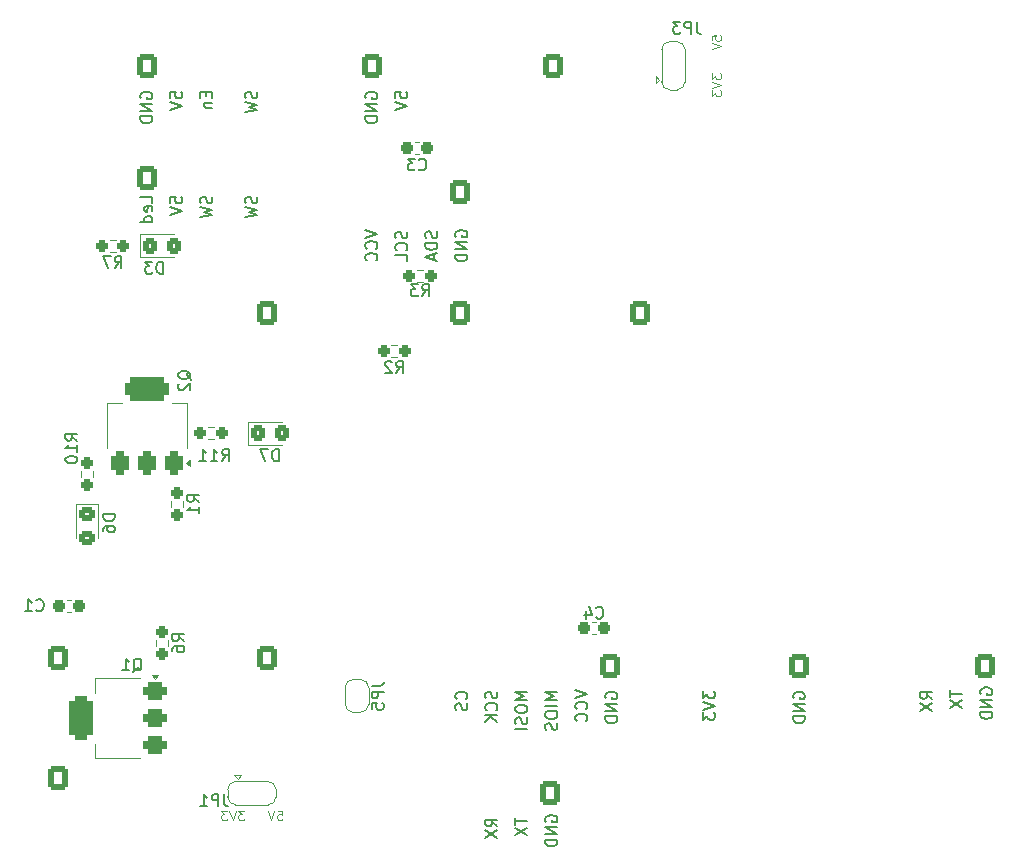
<source format=gbo>
G04 #@! TF.GenerationSoftware,KiCad,Pcbnew,8.0.3*
G04 #@! TF.CreationDate,2024-06-28T11:21:49+02:00*
G04 #@! TF.ProjectId,Bobbycar_wiring,426f6262-7963-4617-925f-776972696e67,rev?*
G04 #@! TF.SameCoordinates,Original*
G04 #@! TF.FileFunction,Legend,Bot*
G04 #@! TF.FilePolarity,Positive*
%FSLAX46Y46*%
G04 Gerber Fmt 4.6, Leading zero omitted, Abs format (unit mm)*
G04 Created by KiCad (PCBNEW 8.0.3) date 2024-06-28 11:21:49*
%MOMM*%
%LPD*%
G01*
G04 APERTURE LIST*
G04 Aperture macros list*
%AMRoundRect*
0 Rectangle with rounded corners*
0 $1 Rounding radius*
0 $2 $3 $4 $5 $6 $7 $8 $9 X,Y pos of 4 corners*
0 Add a 4 corners polygon primitive as box body*
4,1,4,$2,$3,$4,$5,$6,$7,$8,$9,$2,$3,0*
0 Add four circle primitives for the rounded corners*
1,1,$1+$1,$2,$3*
1,1,$1+$1,$4,$5*
1,1,$1+$1,$6,$7*
1,1,$1+$1,$8,$9*
0 Add four rect primitives between the rounded corners*
20,1,$1+$1,$2,$3,$4,$5,0*
20,1,$1+$1,$4,$5,$6,$7,0*
20,1,$1+$1,$6,$7,$8,$9,0*
20,1,$1+$1,$8,$9,$2,$3,0*%
%AMFreePoly0*
4,1,19,0.550000,-0.750000,0.000000,-0.750000,0.000000,-0.744911,-0.071157,-0.744911,-0.207708,-0.704816,-0.327430,-0.627875,-0.420627,-0.520320,-0.479746,-0.390866,-0.500000,-0.250000,-0.500000,0.250000,-0.479746,0.390866,-0.420627,0.520320,-0.327430,0.627875,-0.207708,0.704816,-0.071157,0.744911,0.000000,0.744911,0.000000,0.750000,0.550000,0.750000,0.550000,-0.750000,0.550000,-0.750000,
$1*%
%AMFreePoly1*
4,1,19,0.000000,0.744911,0.071157,0.744911,0.207708,0.704816,0.327430,0.627875,0.420627,0.520320,0.479746,0.390866,0.500000,0.250000,0.500000,-0.250000,0.479746,-0.390866,0.420627,-0.520320,0.327430,-0.627875,0.207708,-0.704816,0.071157,-0.744911,0.000000,-0.744911,0.000000,-0.750000,-0.550000,-0.750000,-0.550000,0.750000,0.000000,0.750000,0.000000,0.744911,0.000000,0.744911,
$1*%
%AMFreePoly2*
4,1,19,0.500000,-0.750000,0.000000,-0.750000,0.000000,-0.744911,-0.071157,-0.744911,-0.207708,-0.704816,-0.327430,-0.627875,-0.420627,-0.520320,-0.479746,-0.390866,-0.500000,-0.250000,-0.500000,0.250000,-0.479746,0.390866,-0.420627,0.520320,-0.327430,0.627875,-0.207708,0.704816,-0.071157,0.744911,0.000000,0.744911,0.000000,0.750000,0.500000,0.750000,0.500000,-0.750000,0.500000,-0.750000,
$1*%
%AMFreePoly3*
4,1,19,0.000000,0.744911,0.071157,0.744911,0.207708,0.704816,0.327430,0.627875,0.420627,0.520320,0.479746,0.390866,0.500000,0.250000,0.500000,-0.250000,0.479746,-0.390866,0.420627,-0.520320,0.327430,-0.627875,0.207708,-0.704816,0.071157,-0.744911,0.000000,-0.744911,0.000000,-0.750000,-0.500000,-0.750000,-0.500000,0.750000,0.000000,0.750000,0.000000,0.744911,0.000000,0.744911,
$1*%
G04 Aperture macros list end*
%ADD10C,0.100000*%
%ADD11C,0.150000*%
%ADD12C,0.120000*%
%ADD13R,1.500000X1.050000*%
%ADD14O,1.500000X1.050000*%
%ADD15R,1.600000X1.600000*%
%ADD16C,1.600000*%
%ADD17FreePoly0,0.000000*%
%ADD18R,1.000000X1.500000*%
%ADD19FreePoly1,0.000000*%
%ADD20RoundRect,0.250000X-0.325000X-0.450000X0.325000X-0.450000X0.325000X0.450000X-0.325000X0.450000X0*%
%ADD21RoundRect,0.237500X0.250000X0.237500X-0.250000X0.237500X-0.250000X-0.237500X0.250000X-0.237500X0*%
%ADD22RoundRect,0.237500X-0.250000X-0.237500X0.250000X-0.237500X0.250000X0.237500X-0.250000X0.237500X0*%
%ADD23RoundRect,0.375000X0.375000X-0.625000X0.375000X0.625000X-0.375000X0.625000X-0.375000X-0.625000X0*%
%ADD24RoundRect,0.500000X1.400000X-0.500000X1.400000X0.500000X-1.400000X0.500000X-1.400000X-0.500000X0*%
%ADD25RoundRect,0.237500X0.237500X-0.250000X0.237500X0.250000X-0.237500X0.250000X-0.237500X-0.250000X0*%
%ADD26RoundRect,0.237500X-0.300000X-0.237500X0.300000X-0.237500X0.300000X0.237500X-0.300000X0.237500X0*%
%ADD27RoundRect,0.250000X-0.450000X0.325000X-0.450000X-0.325000X0.450000X-0.325000X0.450000X0.325000X0*%
%ADD28RoundRect,0.375000X0.625000X0.375000X-0.625000X0.375000X-0.625000X-0.375000X0.625000X-0.375000X0*%
%ADD29RoundRect,0.500000X0.500000X1.400000X-0.500000X1.400000X-0.500000X-1.400000X0.500000X-1.400000X0*%
%ADD30FreePoly2,90.000000*%
%ADD31FreePoly3,90.000000*%
%ADD32O,1.700000X1.700000*%
%ADD33R,1.700000X1.700000*%
%ADD34RoundRect,0.250000X-0.600000X-0.725000X0.600000X-0.725000X0.600000X0.725000X-0.600000X0.725000X0*%
%ADD35O,1.700000X1.950000*%
%ADD36FreePoly1,90.000000*%
%ADD37R,1.500000X1.000000*%
%ADD38FreePoly0,90.000000*%
%ADD39RoundRect,0.250000X0.600000X0.725000X-0.600000X0.725000X-0.600000X-0.725000X0.600000X-0.725000X0*%
%ADD40O,1.700000X2.000000*%
%ADD41RoundRect,0.250000X-0.600000X-0.750000X0.600000X-0.750000X0.600000X0.750000X-0.600000X0.750000X0*%
%ADD42C,3.200000*%
%ADD43RoundRect,0.237500X0.300000X0.237500X-0.300000X0.237500X-0.300000X-0.237500X0.300000X-0.237500X0*%
G04 APERTURE END LIST*
D10*
X131644895Y-42913571D02*
X131644895Y-42532619D01*
X131644895Y-42532619D02*
X132025847Y-42494523D01*
X132025847Y-42494523D02*
X131987752Y-42532619D01*
X131987752Y-42532619D02*
X131949657Y-42608809D01*
X131949657Y-42608809D02*
X131949657Y-42799285D01*
X131949657Y-42799285D02*
X131987752Y-42875476D01*
X131987752Y-42875476D02*
X132025847Y-42913571D01*
X132025847Y-42913571D02*
X132102038Y-42951666D01*
X132102038Y-42951666D02*
X132292514Y-42951666D01*
X132292514Y-42951666D02*
X132368704Y-42913571D01*
X132368704Y-42913571D02*
X132406800Y-42875476D01*
X132406800Y-42875476D02*
X132444895Y-42799285D01*
X132444895Y-42799285D02*
X132444895Y-42608809D01*
X132444895Y-42608809D02*
X132406800Y-42532619D01*
X132406800Y-42532619D02*
X132368704Y-42494523D01*
X131644895Y-43180238D02*
X132444895Y-43446905D01*
X132444895Y-43446905D02*
X131644895Y-43713571D01*
X131644895Y-45732619D02*
X131644895Y-46227857D01*
X131644895Y-46227857D02*
X131949657Y-45961191D01*
X131949657Y-45961191D02*
X131949657Y-46075476D01*
X131949657Y-46075476D02*
X131987752Y-46151667D01*
X131987752Y-46151667D02*
X132025847Y-46189762D01*
X132025847Y-46189762D02*
X132102038Y-46227857D01*
X132102038Y-46227857D02*
X132292514Y-46227857D01*
X132292514Y-46227857D02*
X132368704Y-46189762D01*
X132368704Y-46189762D02*
X132406800Y-46151667D01*
X132406800Y-46151667D02*
X132444895Y-46075476D01*
X132444895Y-46075476D02*
X132444895Y-45846905D01*
X132444895Y-45846905D02*
X132406800Y-45770714D01*
X132406800Y-45770714D02*
X132368704Y-45732619D01*
X131644895Y-46456429D02*
X132444895Y-46723096D01*
X132444895Y-46723096D02*
X131644895Y-46989762D01*
X131644895Y-47180238D02*
X131644895Y-47675476D01*
X131644895Y-47675476D02*
X131949657Y-47408810D01*
X131949657Y-47408810D02*
X131949657Y-47523095D01*
X131949657Y-47523095D02*
X131987752Y-47599286D01*
X131987752Y-47599286D02*
X132025847Y-47637381D01*
X132025847Y-47637381D02*
X132102038Y-47675476D01*
X132102038Y-47675476D02*
X132292514Y-47675476D01*
X132292514Y-47675476D02*
X132368704Y-47637381D01*
X132368704Y-47637381D02*
X132406800Y-47599286D01*
X132406800Y-47599286D02*
X132444895Y-47523095D01*
X132444895Y-47523095D02*
X132444895Y-47294524D01*
X132444895Y-47294524D02*
X132406800Y-47218333D01*
X132406800Y-47218333D02*
X132368704Y-47180238D01*
X94881428Y-108149895D02*
X95262380Y-108149895D01*
X95262380Y-108149895D02*
X95300476Y-108530847D01*
X95300476Y-108530847D02*
X95262380Y-108492752D01*
X95262380Y-108492752D02*
X95186190Y-108454657D01*
X95186190Y-108454657D02*
X94995714Y-108454657D01*
X94995714Y-108454657D02*
X94919523Y-108492752D01*
X94919523Y-108492752D02*
X94881428Y-108530847D01*
X94881428Y-108530847D02*
X94843333Y-108607038D01*
X94843333Y-108607038D02*
X94843333Y-108797514D01*
X94843333Y-108797514D02*
X94881428Y-108873704D01*
X94881428Y-108873704D02*
X94919523Y-108911800D01*
X94919523Y-108911800D02*
X94995714Y-108949895D01*
X94995714Y-108949895D02*
X95186190Y-108949895D01*
X95186190Y-108949895D02*
X95262380Y-108911800D01*
X95262380Y-108911800D02*
X95300476Y-108873704D01*
X94614761Y-108149895D02*
X94348094Y-108949895D01*
X94348094Y-108949895D02*
X94081428Y-108149895D01*
X92062380Y-108149895D02*
X91567142Y-108149895D01*
X91567142Y-108149895D02*
X91833808Y-108454657D01*
X91833808Y-108454657D02*
X91719523Y-108454657D01*
X91719523Y-108454657D02*
X91643332Y-108492752D01*
X91643332Y-108492752D02*
X91605237Y-108530847D01*
X91605237Y-108530847D02*
X91567142Y-108607038D01*
X91567142Y-108607038D02*
X91567142Y-108797514D01*
X91567142Y-108797514D02*
X91605237Y-108873704D01*
X91605237Y-108873704D02*
X91643332Y-108911800D01*
X91643332Y-108911800D02*
X91719523Y-108949895D01*
X91719523Y-108949895D02*
X91948094Y-108949895D01*
X91948094Y-108949895D02*
X92024285Y-108911800D01*
X92024285Y-108911800D02*
X92062380Y-108873704D01*
X91338570Y-108149895D02*
X91071903Y-108949895D01*
X91071903Y-108949895D02*
X90805237Y-108149895D01*
X90614761Y-108149895D02*
X90119523Y-108149895D01*
X90119523Y-108149895D02*
X90386189Y-108454657D01*
X90386189Y-108454657D02*
X90271904Y-108454657D01*
X90271904Y-108454657D02*
X90195713Y-108492752D01*
X90195713Y-108492752D02*
X90157618Y-108530847D01*
X90157618Y-108530847D02*
X90119523Y-108607038D01*
X90119523Y-108607038D02*
X90119523Y-108797514D01*
X90119523Y-108797514D02*
X90157618Y-108873704D01*
X90157618Y-108873704D02*
X90195713Y-108911800D01*
X90195713Y-108911800D02*
X90271904Y-108949895D01*
X90271904Y-108949895D02*
X90500475Y-108949895D01*
X90500475Y-108949895D02*
X90576666Y-108911800D01*
X90576666Y-108911800D02*
X90614761Y-108873704D01*
D11*
X138567438Y-98650588D02*
X138519819Y-98555350D01*
X138519819Y-98555350D02*
X138519819Y-98412493D01*
X138519819Y-98412493D02*
X138567438Y-98269636D01*
X138567438Y-98269636D02*
X138662676Y-98174398D01*
X138662676Y-98174398D02*
X138757914Y-98126779D01*
X138757914Y-98126779D02*
X138948390Y-98079160D01*
X138948390Y-98079160D02*
X139091247Y-98079160D01*
X139091247Y-98079160D02*
X139281723Y-98126779D01*
X139281723Y-98126779D02*
X139376961Y-98174398D01*
X139376961Y-98174398D02*
X139472200Y-98269636D01*
X139472200Y-98269636D02*
X139519819Y-98412493D01*
X139519819Y-98412493D02*
X139519819Y-98507731D01*
X139519819Y-98507731D02*
X139472200Y-98650588D01*
X139472200Y-98650588D02*
X139424580Y-98698207D01*
X139424580Y-98698207D02*
X139091247Y-98698207D01*
X139091247Y-98698207D02*
X139091247Y-98507731D01*
X139519819Y-99126779D02*
X138519819Y-99126779D01*
X138519819Y-99126779D02*
X139519819Y-99698207D01*
X139519819Y-99698207D02*
X138519819Y-99698207D01*
X139519819Y-100174398D02*
X138519819Y-100174398D01*
X138519819Y-100174398D02*
X138519819Y-100412493D01*
X138519819Y-100412493D02*
X138567438Y-100555350D01*
X138567438Y-100555350D02*
X138662676Y-100650588D01*
X138662676Y-100650588D02*
X138757914Y-100698207D01*
X138757914Y-100698207D02*
X138948390Y-100745826D01*
X138948390Y-100745826D02*
X139091247Y-100745826D01*
X139091247Y-100745826D02*
X139281723Y-100698207D01*
X139281723Y-100698207D02*
X139376961Y-100650588D01*
X139376961Y-100650588D02*
X139472200Y-100555350D01*
X139472200Y-100555350D02*
X139519819Y-100412493D01*
X139519819Y-100412493D02*
X139519819Y-100174398D01*
X115024819Y-108778922D02*
X115024819Y-109350350D01*
X116024819Y-109064636D02*
X115024819Y-109064636D01*
X115024819Y-109588446D02*
X116024819Y-110255112D01*
X115024819Y-110255112D02*
X116024819Y-109588446D01*
X117612438Y-109093095D02*
X117564819Y-108997857D01*
X117564819Y-108997857D02*
X117564819Y-108855000D01*
X117564819Y-108855000D02*
X117612438Y-108712143D01*
X117612438Y-108712143D02*
X117707676Y-108616905D01*
X117707676Y-108616905D02*
X117802914Y-108569286D01*
X117802914Y-108569286D02*
X117993390Y-108521667D01*
X117993390Y-108521667D02*
X118136247Y-108521667D01*
X118136247Y-108521667D02*
X118326723Y-108569286D01*
X118326723Y-108569286D02*
X118421961Y-108616905D01*
X118421961Y-108616905D02*
X118517200Y-108712143D01*
X118517200Y-108712143D02*
X118564819Y-108855000D01*
X118564819Y-108855000D02*
X118564819Y-108950238D01*
X118564819Y-108950238D02*
X118517200Y-109093095D01*
X118517200Y-109093095D02*
X118469580Y-109140714D01*
X118469580Y-109140714D02*
X118136247Y-109140714D01*
X118136247Y-109140714D02*
X118136247Y-108950238D01*
X118564819Y-109569286D02*
X117564819Y-109569286D01*
X117564819Y-109569286D02*
X118564819Y-110140714D01*
X118564819Y-110140714D02*
X117564819Y-110140714D01*
X118564819Y-110616905D02*
X117564819Y-110616905D01*
X117564819Y-110616905D02*
X117564819Y-110855000D01*
X117564819Y-110855000D02*
X117612438Y-110997857D01*
X117612438Y-110997857D02*
X117707676Y-111093095D01*
X117707676Y-111093095D02*
X117802914Y-111140714D01*
X117802914Y-111140714D02*
X117993390Y-111188333D01*
X117993390Y-111188333D02*
X118136247Y-111188333D01*
X118136247Y-111188333D02*
X118326723Y-111140714D01*
X118326723Y-111140714D02*
X118421961Y-111093095D01*
X118421961Y-111093095D02*
X118517200Y-110997857D01*
X118517200Y-110997857D02*
X118564819Y-110855000D01*
X118564819Y-110855000D02*
X118564819Y-110616905D01*
X113484819Y-109493207D02*
X113008628Y-109159874D01*
X113484819Y-108921779D02*
X112484819Y-108921779D01*
X112484819Y-108921779D02*
X112484819Y-109302731D01*
X112484819Y-109302731D02*
X112532438Y-109397969D01*
X112532438Y-109397969D02*
X112580057Y-109445588D01*
X112580057Y-109445588D02*
X112675295Y-109493207D01*
X112675295Y-109493207D02*
X112818152Y-109493207D01*
X112818152Y-109493207D02*
X112913390Y-109445588D01*
X112913390Y-109445588D02*
X112961009Y-109397969D01*
X112961009Y-109397969D02*
X113008628Y-109302731D01*
X113008628Y-109302731D02*
X113008628Y-108921779D01*
X112484819Y-109826541D02*
X113484819Y-110493207D01*
X112484819Y-110493207D02*
X113484819Y-109826541D01*
X130899819Y-98031541D02*
X130899819Y-98650588D01*
X130899819Y-98650588D02*
X131280771Y-98317255D01*
X131280771Y-98317255D02*
X131280771Y-98460112D01*
X131280771Y-98460112D02*
X131328390Y-98555350D01*
X131328390Y-98555350D02*
X131376009Y-98602969D01*
X131376009Y-98602969D02*
X131471247Y-98650588D01*
X131471247Y-98650588D02*
X131709342Y-98650588D01*
X131709342Y-98650588D02*
X131804580Y-98602969D01*
X131804580Y-98602969D02*
X131852200Y-98555350D01*
X131852200Y-98555350D02*
X131899819Y-98460112D01*
X131899819Y-98460112D02*
X131899819Y-98174398D01*
X131899819Y-98174398D02*
X131852200Y-98079160D01*
X131852200Y-98079160D02*
X131804580Y-98031541D01*
X130899819Y-98936303D02*
X131899819Y-99269636D01*
X131899819Y-99269636D02*
X130899819Y-99602969D01*
X130899819Y-99841065D02*
X130899819Y-100460112D01*
X130899819Y-100460112D02*
X131280771Y-100126779D01*
X131280771Y-100126779D02*
X131280771Y-100269636D01*
X131280771Y-100269636D02*
X131328390Y-100364874D01*
X131328390Y-100364874D02*
X131376009Y-100412493D01*
X131376009Y-100412493D02*
X131471247Y-100460112D01*
X131471247Y-100460112D02*
X131709342Y-100460112D01*
X131709342Y-100460112D02*
X131804580Y-100412493D01*
X131804580Y-100412493D02*
X131852200Y-100364874D01*
X131852200Y-100364874D02*
X131899819Y-100269636D01*
X131899819Y-100269636D02*
X131899819Y-99983922D01*
X131899819Y-99983922D02*
X131852200Y-99888684D01*
X131852200Y-99888684D02*
X131804580Y-99841065D01*
X104864819Y-47802969D02*
X104864819Y-47326779D01*
X104864819Y-47326779D02*
X105341009Y-47279160D01*
X105341009Y-47279160D02*
X105293390Y-47326779D01*
X105293390Y-47326779D02*
X105245771Y-47422017D01*
X105245771Y-47422017D02*
X105245771Y-47660112D01*
X105245771Y-47660112D02*
X105293390Y-47755350D01*
X105293390Y-47755350D02*
X105341009Y-47802969D01*
X105341009Y-47802969D02*
X105436247Y-47850588D01*
X105436247Y-47850588D02*
X105674342Y-47850588D01*
X105674342Y-47850588D02*
X105769580Y-47802969D01*
X105769580Y-47802969D02*
X105817200Y-47755350D01*
X105817200Y-47755350D02*
X105864819Y-47660112D01*
X105864819Y-47660112D02*
X105864819Y-47422017D01*
X105864819Y-47422017D02*
X105817200Y-47326779D01*
X105817200Y-47326779D02*
X105769580Y-47279160D01*
X104864819Y-48136303D02*
X105864819Y-48469636D01*
X105864819Y-48469636D02*
X104864819Y-48802969D01*
X102372438Y-47850588D02*
X102324819Y-47755350D01*
X102324819Y-47755350D02*
X102324819Y-47612493D01*
X102324819Y-47612493D02*
X102372438Y-47469636D01*
X102372438Y-47469636D02*
X102467676Y-47374398D01*
X102467676Y-47374398D02*
X102562914Y-47326779D01*
X102562914Y-47326779D02*
X102753390Y-47279160D01*
X102753390Y-47279160D02*
X102896247Y-47279160D01*
X102896247Y-47279160D02*
X103086723Y-47326779D01*
X103086723Y-47326779D02*
X103181961Y-47374398D01*
X103181961Y-47374398D02*
X103277200Y-47469636D01*
X103277200Y-47469636D02*
X103324819Y-47612493D01*
X103324819Y-47612493D02*
X103324819Y-47707731D01*
X103324819Y-47707731D02*
X103277200Y-47850588D01*
X103277200Y-47850588D02*
X103229580Y-47898207D01*
X103229580Y-47898207D02*
X102896247Y-47898207D01*
X102896247Y-47898207D02*
X102896247Y-47707731D01*
X103324819Y-48326779D02*
X102324819Y-48326779D01*
X102324819Y-48326779D02*
X103324819Y-48898207D01*
X103324819Y-48898207D02*
X102324819Y-48898207D01*
X103324819Y-49374398D02*
X102324819Y-49374398D01*
X102324819Y-49374398D02*
X102324819Y-49612493D01*
X102324819Y-49612493D02*
X102372438Y-49755350D01*
X102372438Y-49755350D02*
X102467676Y-49850588D01*
X102467676Y-49850588D02*
X102562914Y-49898207D01*
X102562914Y-49898207D02*
X102753390Y-49945826D01*
X102753390Y-49945826D02*
X102896247Y-49945826D01*
X102896247Y-49945826D02*
X103086723Y-49898207D01*
X103086723Y-49898207D02*
X103181961Y-49850588D01*
X103181961Y-49850588D02*
X103277200Y-49755350D01*
X103277200Y-49755350D02*
X103324819Y-49612493D01*
X103324819Y-49612493D02*
X103324819Y-49374398D01*
X89307200Y-56169160D02*
X89354819Y-56312017D01*
X89354819Y-56312017D02*
X89354819Y-56550112D01*
X89354819Y-56550112D02*
X89307200Y-56645350D01*
X89307200Y-56645350D02*
X89259580Y-56692969D01*
X89259580Y-56692969D02*
X89164342Y-56740588D01*
X89164342Y-56740588D02*
X89069104Y-56740588D01*
X89069104Y-56740588D02*
X88973866Y-56692969D01*
X88973866Y-56692969D02*
X88926247Y-56645350D01*
X88926247Y-56645350D02*
X88878628Y-56550112D01*
X88878628Y-56550112D02*
X88831009Y-56359636D01*
X88831009Y-56359636D02*
X88783390Y-56264398D01*
X88783390Y-56264398D02*
X88735771Y-56216779D01*
X88735771Y-56216779D02*
X88640533Y-56169160D01*
X88640533Y-56169160D02*
X88545295Y-56169160D01*
X88545295Y-56169160D02*
X88450057Y-56216779D01*
X88450057Y-56216779D02*
X88402438Y-56264398D01*
X88402438Y-56264398D02*
X88354819Y-56359636D01*
X88354819Y-56359636D02*
X88354819Y-56597731D01*
X88354819Y-56597731D02*
X88402438Y-56740588D01*
X88354819Y-57073922D02*
X89354819Y-57312017D01*
X89354819Y-57312017D02*
X88640533Y-57502493D01*
X88640533Y-57502493D02*
X89354819Y-57692969D01*
X89354819Y-57692969D02*
X88354819Y-57931065D01*
X84274819Y-56692969D02*
X84274819Y-56216779D01*
X84274819Y-56216779D02*
X83274819Y-56216779D01*
X84227200Y-57407255D02*
X84274819Y-57312017D01*
X84274819Y-57312017D02*
X84274819Y-57121541D01*
X84274819Y-57121541D02*
X84227200Y-57026303D01*
X84227200Y-57026303D02*
X84131961Y-56978684D01*
X84131961Y-56978684D02*
X83751009Y-56978684D01*
X83751009Y-56978684D02*
X83655771Y-57026303D01*
X83655771Y-57026303D02*
X83608152Y-57121541D01*
X83608152Y-57121541D02*
X83608152Y-57312017D01*
X83608152Y-57312017D02*
X83655771Y-57407255D01*
X83655771Y-57407255D02*
X83751009Y-57454874D01*
X83751009Y-57454874D02*
X83846247Y-57454874D01*
X83846247Y-57454874D02*
X83941485Y-56978684D01*
X84274819Y-58312017D02*
X83274819Y-58312017D01*
X84227200Y-58312017D02*
X84274819Y-58216779D01*
X84274819Y-58216779D02*
X84274819Y-58026303D01*
X84274819Y-58026303D02*
X84227200Y-57931065D01*
X84227200Y-57931065D02*
X84179580Y-57883446D01*
X84179580Y-57883446D02*
X84084342Y-57835827D01*
X84084342Y-57835827D02*
X83798628Y-57835827D01*
X83798628Y-57835827D02*
X83703390Y-57883446D01*
X83703390Y-57883446D02*
X83655771Y-57931065D01*
X83655771Y-57931065D02*
X83608152Y-58026303D01*
X83608152Y-58026303D02*
X83608152Y-58216779D01*
X83608152Y-58216779D02*
X83655771Y-58312017D01*
X93117200Y-56169160D02*
X93164819Y-56312017D01*
X93164819Y-56312017D02*
X93164819Y-56550112D01*
X93164819Y-56550112D02*
X93117200Y-56645350D01*
X93117200Y-56645350D02*
X93069580Y-56692969D01*
X93069580Y-56692969D02*
X92974342Y-56740588D01*
X92974342Y-56740588D02*
X92879104Y-56740588D01*
X92879104Y-56740588D02*
X92783866Y-56692969D01*
X92783866Y-56692969D02*
X92736247Y-56645350D01*
X92736247Y-56645350D02*
X92688628Y-56550112D01*
X92688628Y-56550112D02*
X92641009Y-56359636D01*
X92641009Y-56359636D02*
X92593390Y-56264398D01*
X92593390Y-56264398D02*
X92545771Y-56216779D01*
X92545771Y-56216779D02*
X92450533Y-56169160D01*
X92450533Y-56169160D02*
X92355295Y-56169160D01*
X92355295Y-56169160D02*
X92260057Y-56216779D01*
X92260057Y-56216779D02*
X92212438Y-56264398D01*
X92212438Y-56264398D02*
X92164819Y-56359636D01*
X92164819Y-56359636D02*
X92164819Y-56597731D01*
X92164819Y-56597731D02*
X92212438Y-56740588D01*
X92164819Y-57073922D02*
X93164819Y-57312017D01*
X93164819Y-57312017D02*
X92450533Y-57502493D01*
X92450533Y-57502493D02*
X93164819Y-57692969D01*
X93164819Y-57692969D02*
X92164819Y-57931065D01*
X85814819Y-56692969D02*
X85814819Y-56216779D01*
X85814819Y-56216779D02*
X86291009Y-56169160D01*
X86291009Y-56169160D02*
X86243390Y-56216779D01*
X86243390Y-56216779D02*
X86195771Y-56312017D01*
X86195771Y-56312017D02*
X86195771Y-56550112D01*
X86195771Y-56550112D02*
X86243390Y-56645350D01*
X86243390Y-56645350D02*
X86291009Y-56692969D01*
X86291009Y-56692969D02*
X86386247Y-56740588D01*
X86386247Y-56740588D02*
X86624342Y-56740588D01*
X86624342Y-56740588D02*
X86719580Y-56692969D01*
X86719580Y-56692969D02*
X86767200Y-56645350D01*
X86767200Y-56645350D02*
X86814819Y-56550112D01*
X86814819Y-56550112D02*
X86814819Y-56312017D01*
X86814819Y-56312017D02*
X86767200Y-56216779D01*
X86767200Y-56216779D02*
X86719580Y-56169160D01*
X85814819Y-57026303D02*
X86814819Y-57359636D01*
X86814819Y-57359636D02*
X85814819Y-57692969D01*
X88831009Y-47326779D02*
X88831009Y-47660112D01*
X89354819Y-47802969D02*
X89354819Y-47326779D01*
X89354819Y-47326779D02*
X88354819Y-47326779D01*
X88354819Y-47326779D02*
X88354819Y-47802969D01*
X88688152Y-48231541D02*
X89354819Y-48231541D01*
X88783390Y-48231541D02*
X88735771Y-48279160D01*
X88735771Y-48279160D02*
X88688152Y-48374398D01*
X88688152Y-48374398D02*
X88688152Y-48517255D01*
X88688152Y-48517255D02*
X88735771Y-48612493D01*
X88735771Y-48612493D02*
X88831009Y-48660112D01*
X88831009Y-48660112D02*
X89354819Y-48660112D01*
X93117200Y-47279160D02*
X93164819Y-47422017D01*
X93164819Y-47422017D02*
X93164819Y-47660112D01*
X93164819Y-47660112D02*
X93117200Y-47755350D01*
X93117200Y-47755350D02*
X93069580Y-47802969D01*
X93069580Y-47802969D02*
X92974342Y-47850588D01*
X92974342Y-47850588D02*
X92879104Y-47850588D01*
X92879104Y-47850588D02*
X92783866Y-47802969D01*
X92783866Y-47802969D02*
X92736247Y-47755350D01*
X92736247Y-47755350D02*
X92688628Y-47660112D01*
X92688628Y-47660112D02*
X92641009Y-47469636D01*
X92641009Y-47469636D02*
X92593390Y-47374398D01*
X92593390Y-47374398D02*
X92545771Y-47326779D01*
X92545771Y-47326779D02*
X92450533Y-47279160D01*
X92450533Y-47279160D02*
X92355295Y-47279160D01*
X92355295Y-47279160D02*
X92260057Y-47326779D01*
X92260057Y-47326779D02*
X92212438Y-47374398D01*
X92212438Y-47374398D02*
X92164819Y-47469636D01*
X92164819Y-47469636D02*
X92164819Y-47707731D01*
X92164819Y-47707731D02*
X92212438Y-47850588D01*
X92164819Y-48183922D02*
X93164819Y-48422017D01*
X93164819Y-48422017D02*
X92450533Y-48612493D01*
X92450533Y-48612493D02*
X93164819Y-48802969D01*
X93164819Y-48802969D02*
X92164819Y-49041065D01*
X154442438Y-98298095D02*
X154394819Y-98202857D01*
X154394819Y-98202857D02*
X154394819Y-98060000D01*
X154394819Y-98060000D02*
X154442438Y-97917143D01*
X154442438Y-97917143D02*
X154537676Y-97821905D01*
X154537676Y-97821905D02*
X154632914Y-97774286D01*
X154632914Y-97774286D02*
X154823390Y-97726667D01*
X154823390Y-97726667D02*
X154966247Y-97726667D01*
X154966247Y-97726667D02*
X155156723Y-97774286D01*
X155156723Y-97774286D02*
X155251961Y-97821905D01*
X155251961Y-97821905D02*
X155347200Y-97917143D01*
X155347200Y-97917143D02*
X155394819Y-98060000D01*
X155394819Y-98060000D02*
X155394819Y-98155238D01*
X155394819Y-98155238D02*
X155347200Y-98298095D01*
X155347200Y-98298095D02*
X155299580Y-98345714D01*
X155299580Y-98345714D02*
X154966247Y-98345714D01*
X154966247Y-98345714D02*
X154966247Y-98155238D01*
X155394819Y-98774286D02*
X154394819Y-98774286D01*
X154394819Y-98774286D02*
X155394819Y-99345714D01*
X155394819Y-99345714D02*
X154394819Y-99345714D01*
X155394819Y-99821905D02*
X154394819Y-99821905D01*
X154394819Y-99821905D02*
X154394819Y-100060000D01*
X154394819Y-100060000D02*
X154442438Y-100202857D01*
X154442438Y-100202857D02*
X154537676Y-100298095D01*
X154537676Y-100298095D02*
X154632914Y-100345714D01*
X154632914Y-100345714D02*
X154823390Y-100393333D01*
X154823390Y-100393333D02*
X154966247Y-100393333D01*
X154966247Y-100393333D02*
X155156723Y-100345714D01*
X155156723Y-100345714D02*
X155251961Y-100298095D01*
X155251961Y-100298095D02*
X155347200Y-100202857D01*
X155347200Y-100202857D02*
X155394819Y-100060000D01*
X155394819Y-100060000D02*
X155394819Y-99821905D01*
X108357200Y-59110714D02*
X108404819Y-59253571D01*
X108404819Y-59253571D02*
X108404819Y-59491666D01*
X108404819Y-59491666D02*
X108357200Y-59586904D01*
X108357200Y-59586904D02*
X108309580Y-59634523D01*
X108309580Y-59634523D02*
X108214342Y-59682142D01*
X108214342Y-59682142D02*
X108119104Y-59682142D01*
X108119104Y-59682142D02*
X108023866Y-59634523D01*
X108023866Y-59634523D02*
X107976247Y-59586904D01*
X107976247Y-59586904D02*
X107928628Y-59491666D01*
X107928628Y-59491666D02*
X107881009Y-59301190D01*
X107881009Y-59301190D02*
X107833390Y-59205952D01*
X107833390Y-59205952D02*
X107785771Y-59158333D01*
X107785771Y-59158333D02*
X107690533Y-59110714D01*
X107690533Y-59110714D02*
X107595295Y-59110714D01*
X107595295Y-59110714D02*
X107500057Y-59158333D01*
X107500057Y-59158333D02*
X107452438Y-59205952D01*
X107452438Y-59205952D02*
X107404819Y-59301190D01*
X107404819Y-59301190D02*
X107404819Y-59539285D01*
X107404819Y-59539285D02*
X107452438Y-59682142D01*
X108404819Y-60110714D02*
X107404819Y-60110714D01*
X107404819Y-60110714D02*
X107404819Y-60348809D01*
X107404819Y-60348809D02*
X107452438Y-60491666D01*
X107452438Y-60491666D02*
X107547676Y-60586904D01*
X107547676Y-60586904D02*
X107642914Y-60634523D01*
X107642914Y-60634523D02*
X107833390Y-60682142D01*
X107833390Y-60682142D02*
X107976247Y-60682142D01*
X107976247Y-60682142D02*
X108166723Y-60634523D01*
X108166723Y-60634523D02*
X108261961Y-60586904D01*
X108261961Y-60586904D02*
X108357200Y-60491666D01*
X108357200Y-60491666D02*
X108404819Y-60348809D01*
X108404819Y-60348809D02*
X108404819Y-60110714D01*
X108119104Y-61063095D02*
X108119104Y-61539285D01*
X108404819Y-60967857D02*
X107404819Y-61301190D01*
X107404819Y-61301190D02*
X108404819Y-61634523D01*
X83322438Y-47850588D02*
X83274819Y-47755350D01*
X83274819Y-47755350D02*
X83274819Y-47612493D01*
X83274819Y-47612493D02*
X83322438Y-47469636D01*
X83322438Y-47469636D02*
X83417676Y-47374398D01*
X83417676Y-47374398D02*
X83512914Y-47326779D01*
X83512914Y-47326779D02*
X83703390Y-47279160D01*
X83703390Y-47279160D02*
X83846247Y-47279160D01*
X83846247Y-47279160D02*
X84036723Y-47326779D01*
X84036723Y-47326779D02*
X84131961Y-47374398D01*
X84131961Y-47374398D02*
X84227200Y-47469636D01*
X84227200Y-47469636D02*
X84274819Y-47612493D01*
X84274819Y-47612493D02*
X84274819Y-47707731D01*
X84274819Y-47707731D02*
X84227200Y-47850588D01*
X84227200Y-47850588D02*
X84179580Y-47898207D01*
X84179580Y-47898207D02*
X83846247Y-47898207D01*
X83846247Y-47898207D02*
X83846247Y-47707731D01*
X84274819Y-48326779D02*
X83274819Y-48326779D01*
X83274819Y-48326779D02*
X84274819Y-48898207D01*
X84274819Y-48898207D02*
X83274819Y-48898207D01*
X84274819Y-49374398D02*
X83274819Y-49374398D01*
X83274819Y-49374398D02*
X83274819Y-49612493D01*
X83274819Y-49612493D02*
X83322438Y-49755350D01*
X83322438Y-49755350D02*
X83417676Y-49850588D01*
X83417676Y-49850588D02*
X83512914Y-49898207D01*
X83512914Y-49898207D02*
X83703390Y-49945826D01*
X83703390Y-49945826D02*
X83846247Y-49945826D01*
X83846247Y-49945826D02*
X84036723Y-49898207D01*
X84036723Y-49898207D02*
X84131961Y-49850588D01*
X84131961Y-49850588D02*
X84227200Y-49755350D01*
X84227200Y-49755350D02*
X84274819Y-49612493D01*
X84274819Y-49612493D02*
X84274819Y-49374398D01*
X110849580Y-98698207D02*
X110897200Y-98650588D01*
X110897200Y-98650588D02*
X110944819Y-98507731D01*
X110944819Y-98507731D02*
X110944819Y-98412493D01*
X110944819Y-98412493D02*
X110897200Y-98269636D01*
X110897200Y-98269636D02*
X110801961Y-98174398D01*
X110801961Y-98174398D02*
X110706723Y-98126779D01*
X110706723Y-98126779D02*
X110516247Y-98079160D01*
X110516247Y-98079160D02*
X110373390Y-98079160D01*
X110373390Y-98079160D02*
X110182914Y-98126779D01*
X110182914Y-98126779D02*
X110087676Y-98174398D01*
X110087676Y-98174398D02*
X109992438Y-98269636D01*
X109992438Y-98269636D02*
X109944819Y-98412493D01*
X109944819Y-98412493D02*
X109944819Y-98507731D01*
X109944819Y-98507731D02*
X109992438Y-98650588D01*
X109992438Y-98650588D02*
X110040057Y-98698207D01*
X110897200Y-99079160D02*
X110944819Y-99222017D01*
X110944819Y-99222017D02*
X110944819Y-99460112D01*
X110944819Y-99460112D02*
X110897200Y-99555350D01*
X110897200Y-99555350D02*
X110849580Y-99602969D01*
X110849580Y-99602969D02*
X110754342Y-99650588D01*
X110754342Y-99650588D02*
X110659104Y-99650588D01*
X110659104Y-99650588D02*
X110563866Y-99602969D01*
X110563866Y-99602969D02*
X110516247Y-99555350D01*
X110516247Y-99555350D02*
X110468628Y-99460112D01*
X110468628Y-99460112D02*
X110421009Y-99269636D01*
X110421009Y-99269636D02*
X110373390Y-99174398D01*
X110373390Y-99174398D02*
X110325771Y-99126779D01*
X110325771Y-99126779D02*
X110230533Y-99079160D01*
X110230533Y-99079160D02*
X110135295Y-99079160D01*
X110135295Y-99079160D02*
X110040057Y-99126779D01*
X110040057Y-99126779D02*
X109992438Y-99174398D01*
X109992438Y-99174398D02*
X109944819Y-99269636D01*
X109944819Y-99269636D02*
X109944819Y-99507731D01*
X109944819Y-99507731D02*
X109992438Y-99650588D01*
X118564819Y-98126779D02*
X117564819Y-98126779D01*
X117564819Y-98126779D02*
X118279104Y-98460112D01*
X118279104Y-98460112D02*
X117564819Y-98793445D01*
X117564819Y-98793445D02*
X118564819Y-98793445D01*
X118564819Y-99269636D02*
X117564819Y-99269636D01*
X117564819Y-99936302D02*
X117564819Y-100126778D01*
X117564819Y-100126778D02*
X117612438Y-100222016D01*
X117612438Y-100222016D02*
X117707676Y-100317254D01*
X117707676Y-100317254D02*
X117898152Y-100364873D01*
X117898152Y-100364873D02*
X118231485Y-100364873D01*
X118231485Y-100364873D02*
X118421961Y-100317254D01*
X118421961Y-100317254D02*
X118517200Y-100222016D01*
X118517200Y-100222016D02*
X118564819Y-100126778D01*
X118564819Y-100126778D02*
X118564819Y-99936302D01*
X118564819Y-99936302D02*
X118517200Y-99841064D01*
X118517200Y-99841064D02*
X118421961Y-99745826D01*
X118421961Y-99745826D02*
X118231485Y-99698207D01*
X118231485Y-99698207D02*
X117898152Y-99698207D01*
X117898152Y-99698207D02*
X117707676Y-99745826D01*
X117707676Y-99745826D02*
X117612438Y-99841064D01*
X117612438Y-99841064D02*
X117564819Y-99936302D01*
X118517200Y-100745826D02*
X118564819Y-100888683D01*
X118564819Y-100888683D02*
X118564819Y-101126778D01*
X118564819Y-101126778D02*
X118517200Y-101222016D01*
X118517200Y-101222016D02*
X118469580Y-101269635D01*
X118469580Y-101269635D02*
X118374342Y-101317254D01*
X118374342Y-101317254D02*
X118279104Y-101317254D01*
X118279104Y-101317254D02*
X118183866Y-101269635D01*
X118183866Y-101269635D02*
X118136247Y-101222016D01*
X118136247Y-101222016D02*
X118088628Y-101126778D01*
X118088628Y-101126778D02*
X118041009Y-100936302D01*
X118041009Y-100936302D02*
X117993390Y-100841064D01*
X117993390Y-100841064D02*
X117945771Y-100793445D01*
X117945771Y-100793445D02*
X117850533Y-100745826D01*
X117850533Y-100745826D02*
X117755295Y-100745826D01*
X117755295Y-100745826D02*
X117660057Y-100793445D01*
X117660057Y-100793445D02*
X117612438Y-100841064D01*
X117612438Y-100841064D02*
X117564819Y-100936302D01*
X117564819Y-100936302D02*
X117564819Y-101174397D01*
X117564819Y-101174397D02*
X117612438Y-101317254D01*
X105817200Y-59134524D02*
X105864819Y-59277381D01*
X105864819Y-59277381D02*
X105864819Y-59515476D01*
X105864819Y-59515476D02*
X105817200Y-59610714D01*
X105817200Y-59610714D02*
X105769580Y-59658333D01*
X105769580Y-59658333D02*
X105674342Y-59705952D01*
X105674342Y-59705952D02*
X105579104Y-59705952D01*
X105579104Y-59705952D02*
X105483866Y-59658333D01*
X105483866Y-59658333D02*
X105436247Y-59610714D01*
X105436247Y-59610714D02*
X105388628Y-59515476D01*
X105388628Y-59515476D02*
X105341009Y-59325000D01*
X105341009Y-59325000D02*
X105293390Y-59229762D01*
X105293390Y-59229762D02*
X105245771Y-59182143D01*
X105245771Y-59182143D02*
X105150533Y-59134524D01*
X105150533Y-59134524D02*
X105055295Y-59134524D01*
X105055295Y-59134524D02*
X104960057Y-59182143D01*
X104960057Y-59182143D02*
X104912438Y-59229762D01*
X104912438Y-59229762D02*
X104864819Y-59325000D01*
X104864819Y-59325000D02*
X104864819Y-59563095D01*
X104864819Y-59563095D02*
X104912438Y-59705952D01*
X105769580Y-60705952D02*
X105817200Y-60658333D01*
X105817200Y-60658333D02*
X105864819Y-60515476D01*
X105864819Y-60515476D02*
X105864819Y-60420238D01*
X105864819Y-60420238D02*
X105817200Y-60277381D01*
X105817200Y-60277381D02*
X105721961Y-60182143D01*
X105721961Y-60182143D02*
X105626723Y-60134524D01*
X105626723Y-60134524D02*
X105436247Y-60086905D01*
X105436247Y-60086905D02*
X105293390Y-60086905D01*
X105293390Y-60086905D02*
X105102914Y-60134524D01*
X105102914Y-60134524D02*
X105007676Y-60182143D01*
X105007676Y-60182143D02*
X104912438Y-60277381D01*
X104912438Y-60277381D02*
X104864819Y-60420238D01*
X104864819Y-60420238D02*
X104864819Y-60515476D01*
X104864819Y-60515476D02*
X104912438Y-60658333D01*
X104912438Y-60658333D02*
X104960057Y-60705952D01*
X105864819Y-61610714D02*
X105864819Y-61134524D01*
X105864819Y-61134524D02*
X104864819Y-61134524D01*
X85814819Y-47802969D02*
X85814819Y-47326779D01*
X85814819Y-47326779D02*
X86291009Y-47279160D01*
X86291009Y-47279160D02*
X86243390Y-47326779D01*
X86243390Y-47326779D02*
X86195771Y-47422017D01*
X86195771Y-47422017D02*
X86195771Y-47660112D01*
X86195771Y-47660112D02*
X86243390Y-47755350D01*
X86243390Y-47755350D02*
X86291009Y-47802969D01*
X86291009Y-47802969D02*
X86386247Y-47850588D01*
X86386247Y-47850588D02*
X86624342Y-47850588D01*
X86624342Y-47850588D02*
X86719580Y-47802969D01*
X86719580Y-47802969D02*
X86767200Y-47755350D01*
X86767200Y-47755350D02*
X86814819Y-47660112D01*
X86814819Y-47660112D02*
X86814819Y-47422017D01*
X86814819Y-47422017D02*
X86767200Y-47326779D01*
X86767200Y-47326779D02*
X86719580Y-47279160D01*
X85814819Y-48136303D02*
X86814819Y-48469636D01*
X86814819Y-48469636D02*
X85814819Y-48802969D01*
X120104819Y-97983922D02*
X121104819Y-98317255D01*
X121104819Y-98317255D02*
X120104819Y-98650588D01*
X121009580Y-99555350D02*
X121057200Y-99507731D01*
X121057200Y-99507731D02*
X121104819Y-99364874D01*
X121104819Y-99364874D02*
X121104819Y-99269636D01*
X121104819Y-99269636D02*
X121057200Y-99126779D01*
X121057200Y-99126779D02*
X120961961Y-99031541D01*
X120961961Y-99031541D02*
X120866723Y-98983922D01*
X120866723Y-98983922D02*
X120676247Y-98936303D01*
X120676247Y-98936303D02*
X120533390Y-98936303D01*
X120533390Y-98936303D02*
X120342914Y-98983922D01*
X120342914Y-98983922D02*
X120247676Y-99031541D01*
X120247676Y-99031541D02*
X120152438Y-99126779D01*
X120152438Y-99126779D02*
X120104819Y-99269636D01*
X120104819Y-99269636D02*
X120104819Y-99364874D01*
X120104819Y-99364874D02*
X120152438Y-99507731D01*
X120152438Y-99507731D02*
X120200057Y-99555350D01*
X121009580Y-100555350D02*
X121057200Y-100507731D01*
X121057200Y-100507731D02*
X121104819Y-100364874D01*
X121104819Y-100364874D02*
X121104819Y-100269636D01*
X121104819Y-100269636D02*
X121057200Y-100126779D01*
X121057200Y-100126779D02*
X120961961Y-100031541D01*
X120961961Y-100031541D02*
X120866723Y-99983922D01*
X120866723Y-99983922D02*
X120676247Y-99936303D01*
X120676247Y-99936303D02*
X120533390Y-99936303D01*
X120533390Y-99936303D02*
X120342914Y-99983922D01*
X120342914Y-99983922D02*
X120247676Y-100031541D01*
X120247676Y-100031541D02*
X120152438Y-100126779D01*
X120152438Y-100126779D02*
X120104819Y-100269636D01*
X120104819Y-100269636D02*
X120104819Y-100364874D01*
X120104819Y-100364874D02*
X120152438Y-100507731D01*
X120152438Y-100507731D02*
X120200057Y-100555350D01*
X102324819Y-58991667D02*
X103324819Y-59325000D01*
X103324819Y-59325000D02*
X102324819Y-59658333D01*
X103229580Y-60563095D02*
X103277200Y-60515476D01*
X103277200Y-60515476D02*
X103324819Y-60372619D01*
X103324819Y-60372619D02*
X103324819Y-60277381D01*
X103324819Y-60277381D02*
X103277200Y-60134524D01*
X103277200Y-60134524D02*
X103181961Y-60039286D01*
X103181961Y-60039286D02*
X103086723Y-59991667D01*
X103086723Y-59991667D02*
X102896247Y-59944048D01*
X102896247Y-59944048D02*
X102753390Y-59944048D01*
X102753390Y-59944048D02*
X102562914Y-59991667D01*
X102562914Y-59991667D02*
X102467676Y-60039286D01*
X102467676Y-60039286D02*
X102372438Y-60134524D01*
X102372438Y-60134524D02*
X102324819Y-60277381D01*
X102324819Y-60277381D02*
X102324819Y-60372619D01*
X102324819Y-60372619D02*
X102372438Y-60515476D01*
X102372438Y-60515476D02*
X102420057Y-60563095D01*
X103229580Y-61563095D02*
X103277200Y-61515476D01*
X103277200Y-61515476D02*
X103324819Y-61372619D01*
X103324819Y-61372619D02*
X103324819Y-61277381D01*
X103324819Y-61277381D02*
X103277200Y-61134524D01*
X103277200Y-61134524D02*
X103181961Y-61039286D01*
X103181961Y-61039286D02*
X103086723Y-60991667D01*
X103086723Y-60991667D02*
X102896247Y-60944048D01*
X102896247Y-60944048D02*
X102753390Y-60944048D01*
X102753390Y-60944048D02*
X102562914Y-60991667D01*
X102562914Y-60991667D02*
X102467676Y-61039286D01*
X102467676Y-61039286D02*
X102372438Y-61134524D01*
X102372438Y-61134524D02*
X102324819Y-61277381D01*
X102324819Y-61277381D02*
X102324819Y-61372619D01*
X102324819Y-61372619D02*
X102372438Y-61515476D01*
X102372438Y-61515476D02*
X102420057Y-61563095D01*
X151854819Y-97983922D02*
X151854819Y-98555350D01*
X152854819Y-98269636D02*
X151854819Y-98269636D01*
X151854819Y-98793446D02*
X152854819Y-99460112D01*
X151854819Y-99460112D02*
X152854819Y-98793446D01*
X116024819Y-98126779D02*
X115024819Y-98126779D01*
X115024819Y-98126779D02*
X115739104Y-98460112D01*
X115739104Y-98460112D02*
X115024819Y-98793445D01*
X115024819Y-98793445D02*
X116024819Y-98793445D01*
X115024819Y-99460112D02*
X115024819Y-99650588D01*
X115024819Y-99650588D02*
X115072438Y-99745826D01*
X115072438Y-99745826D02*
X115167676Y-99841064D01*
X115167676Y-99841064D02*
X115358152Y-99888683D01*
X115358152Y-99888683D02*
X115691485Y-99888683D01*
X115691485Y-99888683D02*
X115881961Y-99841064D01*
X115881961Y-99841064D02*
X115977200Y-99745826D01*
X115977200Y-99745826D02*
X116024819Y-99650588D01*
X116024819Y-99650588D02*
X116024819Y-99460112D01*
X116024819Y-99460112D02*
X115977200Y-99364874D01*
X115977200Y-99364874D02*
X115881961Y-99269636D01*
X115881961Y-99269636D02*
X115691485Y-99222017D01*
X115691485Y-99222017D02*
X115358152Y-99222017D01*
X115358152Y-99222017D02*
X115167676Y-99269636D01*
X115167676Y-99269636D02*
X115072438Y-99364874D01*
X115072438Y-99364874D02*
X115024819Y-99460112D01*
X115977200Y-100269636D02*
X116024819Y-100412493D01*
X116024819Y-100412493D02*
X116024819Y-100650588D01*
X116024819Y-100650588D02*
X115977200Y-100745826D01*
X115977200Y-100745826D02*
X115929580Y-100793445D01*
X115929580Y-100793445D02*
X115834342Y-100841064D01*
X115834342Y-100841064D02*
X115739104Y-100841064D01*
X115739104Y-100841064D02*
X115643866Y-100793445D01*
X115643866Y-100793445D02*
X115596247Y-100745826D01*
X115596247Y-100745826D02*
X115548628Y-100650588D01*
X115548628Y-100650588D02*
X115501009Y-100460112D01*
X115501009Y-100460112D02*
X115453390Y-100364874D01*
X115453390Y-100364874D02*
X115405771Y-100317255D01*
X115405771Y-100317255D02*
X115310533Y-100269636D01*
X115310533Y-100269636D02*
X115215295Y-100269636D01*
X115215295Y-100269636D02*
X115120057Y-100317255D01*
X115120057Y-100317255D02*
X115072438Y-100364874D01*
X115072438Y-100364874D02*
X115024819Y-100460112D01*
X115024819Y-100460112D02*
X115024819Y-100698207D01*
X115024819Y-100698207D02*
X115072438Y-100841064D01*
X116024819Y-101269636D02*
X115024819Y-101269636D01*
X113437200Y-98079160D02*
X113484819Y-98222017D01*
X113484819Y-98222017D02*
X113484819Y-98460112D01*
X113484819Y-98460112D02*
X113437200Y-98555350D01*
X113437200Y-98555350D02*
X113389580Y-98602969D01*
X113389580Y-98602969D02*
X113294342Y-98650588D01*
X113294342Y-98650588D02*
X113199104Y-98650588D01*
X113199104Y-98650588D02*
X113103866Y-98602969D01*
X113103866Y-98602969D02*
X113056247Y-98555350D01*
X113056247Y-98555350D02*
X113008628Y-98460112D01*
X113008628Y-98460112D02*
X112961009Y-98269636D01*
X112961009Y-98269636D02*
X112913390Y-98174398D01*
X112913390Y-98174398D02*
X112865771Y-98126779D01*
X112865771Y-98126779D02*
X112770533Y-98079160D01*
X112770533Y-98079160D02*
X112675295Y-98079160D01*
X112675295Y-98079160D02*
X112580057Y-98126779D01*
X112580057Y-98126779D02*
X112532438Y-98174398D01*
X112532438Y-98174398D02*
X112484819Y-98269636D01*
X112484819Y-98269636D02*
X112484819Y-98507731D01*
X112484819Y-98507731D02*
X112532438Y-98650588D01*
X113389580Y-99650588D02*
X113437200Y-99602969D01*
X113437200Y-99602969D02*
X113484819Y-99460112D01*
X113484819Y-99460112D02*
X113484819Y-99364874D01*
X113484819Y-99364874D02*
X113437200Y-99222017D01*
X113437200Y-99222017D02*
X113341961Y-99126779D01*
X113341961Y-99126779D02*
X113246723Y-99079160D01*
X113246723Y-99079160D02*
X113056247Y-99031541D01*
X113056247Y-99031541D02*
X112913390Y-99031541D01*
X112913390Y-99031541D02*
X112722914Y-99079160D01*
X112722914Y-99079160D02*
X112627676Y-99126779D01*
X112627676Y-99126779D02*
X112532438Y-99222017D01*
X112532438Y-99222017D02*
X112484819Y-99364874D01*
X112484819Y-99364874D02*
X112484819Y-99460112D01*
X112484819Y-99460112D02*
X112532438Y-99602969D01*
X112532438Y-99602969D02*
X112580057Y-99650588D01*
X113484819Y-100079160D02*
X112484819Y-100079160D01*
X113484819Y-100650588D02*
X112913390Y-100222017D01*
X112484819Y-100650588D02*
X113056247Y-100079160D01*
X150314819Y-98698207D02*
X149838628Y-98364874D01*
X150314819Y-98126779D02*
X149314819Y-98126779D01*
X149314819Y-98126779D02*
X149314819Y-98507731D01*
X149314819Y-98507731D02*
X149362438Y-98602969D01*
X149362438Y-98602969D02*
X149410057Y-98650588D01*
X149410057Y-98650588D02*
X149505295Y-98698207D01*
X149505295Y-98698207D02*
X149648152Y-98698207D01*
X149648152Y-98698207D02*
X149743390Y-98650588D01*
X149743390Y-98650588D02*
X149791009Y-98602969D01*
X149791009Y-98602969D02*
X149838628Y-98507731D01*
X149838628Y-98507731D02*
X149838628Y-98126779D01*
X149314819Y-99031541D02*
X150314819Y-99698207D01*
X149314819Y-99698207D02*
X150314819Y-99031541D01*
X109992438Y-59563095D02*
X109944819Y-59467857D01*
X109944819Y-59467857D02*
X109944819Y-59325000D01*
X109944819Y-59325000D02*
X109992438Y-59182143D01*
X109992438Y-59182143D02*
X110087676Y-59086905D01*
X110087676Y-59086905D02*
X110182914Y-59039286D01*
X110182914Y-59039286D02*
X110373390Y-58991667D01*
X110373390Y-58991667D02*
X110516247Y-58991667D01*
X110516247Y-58991667D02*
X110706723Y-59039286D01*
X110706723Y-59039286D02*
X110801961Y-59086905D01*
X110801961Y-59086905D02*
X110897200Y-59182143D01*
X110897200Y-59182143D02*
X110944819Y-59325000D01*
X110944819Y-59325000D02*
X110944819Y-59420238D01*
X110944819Y-59420238D02*
X110897200Y-59563095D01*
X110897200Y-59563095D02*
X110849580Y-59610714D01*
X110849580Y-59610714D02*
X110516247Y-59610714D01*
X110516247Y-59610714D02*
X110516247Y-59420238D01*
X110944819Y-60039286D02*
X109944819Y-60039286D01*
X109944819Y-60039286D02*
X110944819Y-60610714D01*
X110944819Y-60610714D02*
X109944819Y-60610714D01*
X110944819Y-61086905D02*
X109944819Y-61086905D01*
X109944819Y-61086905D02*
X109944819Y-61325000D01*
X109944819Y-61325000D02*
X109992438Y-61467857D01*
X109992438Y-61467857D02*
X110087676Y-61563095D01*
X110087676Y-61563095D02*
X110182914Y-61610714D01*
X110182914Y-61610714D02*
X110373390Y-61658333D01*
X110373390Y-61658333D02*
X110516247Y-61658333D01*
X110516247Y-61658333D02*
X110706723Y-61610714D01*
X110706723Y-61610714D02*
X110801961Y-61563095D01*
X110801961Y-61563095D02*
X110897200Y-61467857D01*
X110897200Y-61467857D02*
X110944819Y-61325000D01*
X110944819Y-61325000D02*
X110944819Y-61086905D01*
X122692438Y-98650588D02*
X122644819Y-98555350D01*
X122644819Y-98555350D02*
X122644819Y-98412493D01*
X122644819Y-98412493D02*
X122692438Y-98269636D01*
X122692438Y-98269636D02*
X122787676Y-98174398D01*
X122787676Y-98174398D02*
X122882914Y-98126779D01*
X122882914Y-98126779D02*
X123073390Y-98079160D01*
X123073390Y-98079160D02*
X123216247Y-98079160D01*
X123216247Y-98079160D02*
X123406723Y-98126779D01*
X123406723Y-98126779D02*
X123501961Y-98174398D01*
X123501961Y-98174398D02*
X123597200Y-98269636D01*
X123597200Y-98269636D02*
X123644819Y-98412493D01*
X123644819Y-98412493D02*
X123644819Y-98507731D01*
X123644819Y-98507731D02*
X123597200Y-98650588D01*
X123597200Y-98650588D02*
X123549580Y-98698207D01*
X123549580Y-98698207D02*
X123216247Y-98698207D01*
X123216247Y-98698207D02*
X123216247Y-98507731D01*
X123644819Y-99126779D02*
X122644819Y-99126779D01*
X122644819Y-99126779D02*
X123644819Y-99698207D01*
X123644819Y-99698207D02*
X122644819Y-99698207D01*
X123644819Y-100174398D02*
X122644819Y-100174398D01*
X122644819Y-100174398D02*
X122644819Y-100412493D01*
X122644819Y-100412493D02*
X122692438Y-100555350D01*
X122692438Y-100555350D02*
X122787676Y-100650588D01*
X122787676Y-100650588D02*
X122882914Y-100698207D01*
X122882914Y-100698207D02*
X123073390Y-100745826D01*
X123073390Y-100745826D02*
X123216247Y-100745826D01*
X123216247Y-100745826D02*
X123406723Y-100698207D01*
X123406723Y-100698207D02*
X123501961Y-100650588D01*
X123501961Y-100650588D02*
X123597200Y-100555350D01*
X123597200Y-100555350D02*
X123644819Y-100412493D01*
X123644819Y-100412493D02*
X123644819Y-100174398D01*
X90338333Y-106769819D02*
X90338333Y-107484104D01*
X90338333Y-107484104D02*
X90385952Y-107626961D01*
X90385952Y-107626961D02*
X90481190Y-107722200D01*
X90481190Y-107722200D02*
X90624047Y-107769819D01*
X90624047Y-107769819D02*
X90719285Y-107769819D01*
X89862142Y-107769819D02*
X89862142Y-106769819D01*
X89862142Y-106769819D02*
X89481190Y-106769819D01*
X89481190Y-106769819D02*
X89385952Y-106817438D01*
X89385952Y-106817438D02*
X89338333Y-106865057D01*
X89338333Y-106865057D02*
X89290714Y-106960295D01*
X89290714Y-106960295D02*
X89290714Y-107103152D01*
X89290714Y-107103152D02*
X89338333Y-107198390D01*
X89338333Y-107198390D02*
X89385952Y-107246009D01*
X89385952Y-107246009D02*
X89481190Y-107293628D01*
X89481190Y-107293628D02*
X89862142Y-107293628D01*
X88338333Y-107769819D02*
X88909761Y-107769819D01*
X88624047Y-107769819D02*
X88624047Y-106769819D01*
X88624047Y-106769819D02*
X88719285Y-106912676D01*
X88719285Y-106912676D02*
X88814523Y-107007914D01*
X88814523Y-107007914D02*
X88909761Y-107055533D01*
X94963094Y-78559819D02*
X94963094Y-77559819D01*
X94963094Y-77559819D02*
X94724999Y-77559819D01*
X94724999Y-77559819D02*
X94582142Y-77607438D01*
X94582142Y-77607438D02*
X94486904Y-77702676D01*
X94486904Y-77702676D02*
X94439285Y-77797914D01*
X94439285Y-77797914D02*
X94391666Y-77988390D01*
X94391666Y-77988390D02*
X94391666Y-78131247D01*
X94391666Y-78131247D02*
X94439285Y-78321723D01*
X94439285Y-78321723D02*
X94486904Y-78416961D01*
X94486904Y-78416961D02*
X94582142Y-78512200D01*
X94582142Y-78512200D02*
X94724999Y-78559819D01*
X94724999Y-78559819D02*
X94963094Y-78559819D01*
X94058332Y-77559819D02*
X93391666Y-77559819D01*
X93391666Y-77559819D02*
X93820237Y-78559819D01*
X90177857Y-78559819D02*
X90511190Y-78083628D01*
X90749285Y-78559819D02*
X90749285Y-77559819D01*
X90749285Y-77559819D02*
X90368333Y-77559819D01*
X90368333Y-77559819D02*
X90273095Y-77607438D01*
X90273095Y-77607438D02*
X90225476Y-77655057D01*
X90225476Y-77655057D02*
X90177857Y-77750295D01*
X90177857Y-77750295D02*
X90177857Y-77893152D01*
X90177857Y-77893152D02*
X90225476Y-77988390D01*
X90225476Y-77988390D02*
X90273095Y-78036009D01*
X90273095Y-78036009D02*
X90368333Y-78083628D01*
X90368333Y-78083628D02*
X90749285Y-78083628D01*
X89225476Y-78559819D02*
X89796904Y-78559819D01*
X89511190Y-78559819D02*
X89511190Y-77559819D01*
X89511190Y-77559819D02*
X89606428Y-77702676D01*
X89606428Y-77702676D02*
X89701666Y-77797914D01*
X89701666Y-77797914D02*
X89796904Y-77845533D01*
X88273095Y-78559819D02*
X88844523Y-78559819D01*
X88558809Y-78559819D02*
X88558809Y-77559819D01*
X88558809Y-77559819D02*
X88654047Y-77702676D01*
X88654047Y-77702676D02*
X88749285Y-77797914D01*
X88749285Y-77797914D02*
X88844523Y-77845533D01*
X107124166Y-64589819D02*
X107457499Y-64113628D01*
X107695594Y-64589819D02*
X107695594Y-63589819D01*
X107695594Y-63589819D02*
X107314642Y-63589819D01*
X107314642Y-63589819D02*
X107219404Y-63637438D01*
X107219404Y-63637438D02*
X107171785Y-63685057D01*
X107171785Y-63685057D02*
X107124166Y-63780295D01*
X107124166Y-63780295D02*
X107124166Y-63923152D01*
X107124166Y-63923152D02*
X107171785Y-64018390D01*
X107171785Y-64018390D02*
X107219404Y-64066009D01*
X107219404Y-64066009D02*
X107314642Y-64113628D01*
X107314642Y-64113628D02*
X107695594Y-64113628D01*
X106790832Y-63589819D02*
X106171785Y-63589819D01*
X106171785Y-63589819D02*
X106505118Y-63970771D01*
X106505118Y-63970771D02*
X106362261Y-63970771D01*
X106362261Y-63970771D02*
X106267023Y-64018390D01*
X106267023Y-64018390D02*
X106219404Y-64066009D01*
X106219404Y-64066009D02*
X106171785Y-64161247D01*
X106171785Y-64161247D02*
X106171785Y-64399342D01*
X106171785Y-64399342D02*
X106219404Y-64494580D01*
X106219404Y-64494580D02*
X106267023Y-64542200D01*
X106267023Y-64542200D02*
X106362261Y-64589819D01*
X106362261Y-64589819D02*
X106647975Y-64589819D01*
X106647975Y-64589819D02*
X106743213Y-64542200D01*
X106743213Y-64542200D02*
X106790832Y-64494580D01*
X87545057Y-71659761D02*
X87497438Y-71564523D01*
X87497438Y-71564523D02*
X87402200Y-71469285D01*
X87402200Y-71469285D02*
X87259342Y-71326428D01*
X87259342Y-71326428D02*
X87211723Y-71231190D01*
X87211723Y-71231190D02*
X87211723Y-71135952D01*
X87449819Y-71183571D02*
X87402200Y-71088333D01*
X87402200Y-71088333D02*
X87306961Y-70993095D01*
X87306961Y-70993095D02*
X87116485Y-70945476D01*
X87116485Y-70945476D02*
X86783152Y-70945476D01*
X86783152Y-70945476D02*
X86592676Y-70993095D01*
X86592676Y-70993095D02*
X86497438Y-71088333D01*
X86497438Y-71088333D02*
X86449819Y-71183571D01*
X86449819Y-71183571D02*
X86449819Y-71374047D01*
X86449819Y-71374047D02*
X86497438Y-71469285D01*
X86497438Y-71469285D02*
X86592676Y-71564523D01*
X86592676Y-71564523D02*
X86783152Y-71612142D01*
X86783152Y-71612142D02*
X87116485Y-71612142D01*
X87116485Y-71612142D02*
X87306961Y-71564523D01*
X87306961Y-71564523D02*
X87402200Y-71469285D01*
X87402200Y-71469285D02*
X87449819Y-71374047D01*
X87449819Y-71374047D02*
X87449819Y-71183571D01*
X86545057Y-71993095D02*
X86497438Y-72040714D01*
X86497438Y-72040714D02*
X86449819Y-72135952D01*
X86449819Y-72135952D02*
X86449819Y-72374047D01*
X86449819Y-72374047D02*
X86497438Y-72469285D01*
X86497438Y-72469285D02*
X86545057Y-72516904D01*
X86545057Y-72516904D02*
X86640295Y-72564523D01*
X86640295Y-72564523D02*
X86735533Y-72564523D01*
X86735533Y-72564523D02*
X86878390Y-72516904D01*
X86878390Y-72516904D02*
X87449819Y-71945476D01*
X87449819Y-71945476D02*
X87449819Y-72564523D01*
X81089166Y-62209819D02*
X81422499Y-61733628D01*
X81660594Y-62209819D02*
X81660594Y-61209819D01*
X81660594Y-61209819D02*
X81279642Y-61209819D01*
X81279642Y-61209819D02*
X81184404Y-61257438D01*
X81184404Y-61257438D02*
X81136785Y-61305057D01*
X81136785Y-61305057D02*
X81089166Y-61400295D01*
X81089166Y-61400295D02*
X81089166Y-61543152D01*
X81089166Y-61543152D02*
X81136785Y-61638390D01*
X81136785Y-61638390D02*
X81184404Y-61686009D01*
X81184404Y-61686009D02*
X81279642Y-61733628D01*
X81279642Y-61733628D02*
X81660594Y-61733628D01*
X80755832Y-61209819D02*
X80089166Y-61209819D01*
X80089166Y-61209819D02*
X80517737Y-62209819D01*
X88244819Y-82025833D02*
X87768628Y-81692500D01*
X88244819Y-81454405D02*
X87244819Y-81454405D01*
X87244819Y-81454405D02*
X87244819Y-81835357D01*
X87244819Y-81835357D02*
X87292438Y-81930595D01*
X87292438Y-81930595D02*
X87340057Y-81978214D01*
X87340057Y-81978214D02*
X87435295Y-82025833D01*
X87435295Y-82025833D02*
X87578152Y-82025833D01*
X87578152Y-82025833D02*
X87673390Y-81978214D01*
X87673390Y-81978214D02*
X87721009Y-81930595D01*
X87721009Y-81930595D02*
X87768628Y-81835357D01*
X87768628Y-81835357D02*
X87768628Y-81454405D01*
X88244819Y-82978214D02*
X88244819Y-82406786D01*
X88244819Y-82692500D02*
X87244819Y-82692500D01*
X87244819Y-82692500D02*
X87387676Y-82597262D01*
X87387676Y-82597262D02*
X87482914Y-82502024D01*
X87482914Y-82502024D02*
X87530533Y-82406786D01*
X85193094Y-62684819D02*
X85193094Y-61684819D01*
X85193094Y-61684819D02*
X84954999Y-61684819D01*
X84954999Y-61684819D02*
X84812142Y-61732438D01*
X84812142Y-61732438D02*
X84716904Y-61827676D01*
X84716904Y-61827676D02*
X84669285Y-61922914D01*
X84669285Y-61922914D02*
X84621666Y-62113390D01*
X84621666Y-62113390D02*
X84621666Y-62256247D01*
X84621666Y-62256247D02*
X84669285Y-62446723D01*
X84669285Y-62446723D02*
X84716904Y-62541961D01*
X84716904Y-62541961D02*
X84812142Y-62637200D01*
X84812142Y-62637200D02*
X84954999Y-62684819D01*
X84954999Y-62684819D02*
X85193094Y-62684819D01*
X84288332Y-61684819D02*
X83669285Y-61684819D01*
X83669285Y-61684819D02*
X84002618Y-62065771D01*
X84002618Y-62065771D02*
X83859761Y-62065771D01*
X83859761Y-62065771D02*
X83764523Y-62113390D01*
X83764523Y-62113390D02*
X83716904Y-62161009D01*
X83716904Y-62161009D02*
X83669285Y-62256247D01*
X83669285Y-62256247D02*
X83669285Y-62494342D01*
X83669285Y-62494342D02*
X83716904Y-62589580D01*
X83716904Y-62589580D02*
X83764523Y-62637200D01*
X83764523Y-62637200D02*
X83859761Y-62684819D01*
X83859761Y-62684819D02*
X84145475Y-62684819D01*
X84145475Y-62684819D02*
X84240713Y-62637200D01*
X84240713Y-62637200D02*
X84288332Y-62589580D01*
X121859166Y-91799580D02*
X121906785Y-91847200D01*
X121906785Y-91847200D02*
X122049642Y-91894819D01*
X122049642Y-91894819D02*
X122144880Y-91894819D01*
X122144880Y-91894819D02*
X122287737Y-91847200D01*
X122287737Y-91847200D02*
X122382975Y-91751961D01*
X122382975Y-91751961D02*
X122430594Y-91656723D01*
X122430594Y-91656723D02*
X122478213Y-91466247D01*
X122478213Y-91466247D02*
X122478213Y-91323390D01*
X122478213Y-91323390D02*
X122430594Y-91132914D01*
X122430594Y-91132914D02*
X122382975Y-91037676D01*
X122382975Y-91037676D02*
X122287737Y-90942438D01*
X122287737Y-90942438D02*
X122144880Y-90894819D01*
X122144880Y-90894819D02*
X122049642Y-90894819D01*
X122049642Y-90894819D02*
X121906785Y-90942438D01*
X121906785Y-90942438D02*
X121859166Y-90990057D01*
X121002023Y-91228152D02*
X121002023Y-91894819D01*
X121240118Y-90847200D02*
X121478213Y-91561485D01*
X121478213Y-91561485D02*
X120859166Y-91561485D01*
X104941666Y-71099819D02*
X105274999Y-70623628D01*
X105513094Y-71099819D02*
X105513094Y-70099819D01*
X105513094Y-70099819D02*
X105132142Y-70099819D01*
X105132142Y-70099819D02*
X105036904Y-70147438D01*
X105036904Y-70147438D02*
X104989285Y-70195057D01*
X104989285Y-70195057D02*
X104941666Y-70290295D01*
X104941666Y-70290295D02*
X104941666Y-70433152D01*
X104941666Y-70433152D02*
X104989285Y-70528390D01*
X104989285Y-70528390D02*
X105036904Y-70576009D01*
X105036904Y-70576009D02*
X105132142Y-70623628D01*
X105132142Y-70623628D02*
X105513094Y-70623628D01*
X104560713Y-70195057D02*
X104513094Y-70147438D01*
X104513094Y-70147438D02*
X104417856Y-70099819D01*
X104417856Y-70099819D02*
X104179761Y-70099819D01*
X104179761Y-70099819D02*
X104084523Y-70147438D01*
X104084523Y-70147438D02*
X104036904Y-70195057D01*
X104036904Y-70195057D02*
X103989285Y-70290295D01*
X103989285Y-70290295D02*
X103989285Y-70385533D01*
X103989285Y-70385533D02*
X104036904Y-70528390D01*
X104036904Y-70528390D02*
X104608332Y-71099819D01*
X104608332Y-71099819D02*
X103989285Y-71099819D01*
X77924819Y-76827142D02*
X77448628Y-76493809D01*
X77924819Y-76255714D02*
X76924819Y-76255714D01*
X76924819Y-76255714D02*
X76924819Y-76636666D01*
X76924819Y-76636666D02*
X76972438Y-76731904D01*
X76972438Y-76731904D02*
X77020057Y-76779523D01*
X77020057Y-76779523D02*
X77115295Y-76827142D01*
X77115295Y-76827142D02*
X77258152Y-76827142D01*
X77258152Y-76827142D02*
X77353390Y-76779523D01*
X77353390Y-76779523D02*
X77401009Y-76731904D01*
X77401009Y-76731904D02*
X77448628Y-76636666D01*
X77448628Y-76636666D02*
X77448628Y-76255714D01*
X77924819Y-77779523D02*
X77924819Y-77208095D01*
X77924819Y-77493809D02*
X76924819Y-77493809D01*
X76924819Y-77493809D02*
X77067676Y-77398571D01*
X77067676Y-77398571D02*
X77162914Y-77303333D01*
X77162914Y-77303333D02*
X77210533Y-77208095D01*
X76924819Y-78398571D02*
X76924819Y-78493809D01*
X76924819Y-78493809D02*
X76972438Y-78589047D01*
X76972438Y-78589047D02*
X77020057Y-78636666D01*
X77020057Y-78636666D02*
X77115295Y-78684285D01*
X77115295Y-78684285D02*
X77305771Y-78731904D01*
X77305771Y-78731904D02*
X77543866Y-78731904D01*
X77543866Y-78731904D02*
X77734342Y-78684285D01*
X77734342Y-78684285D02*
X77829580Y-78636666D01*
X77829580Y-78636666D02*
X77877200Y-78589047D01*
X77877200Y-78589047D02*
X77924819Y-78493809D01*
X77924819Y-78493809D02*
X77924819Y-78398571D01*
X77924819Y-78398571D02*
X77877200Y-78303333D01*
X77877200Y-78303333D02*
X77829580Y-78255714D01*
X77829580Y-78255714D02*
X77734342Y-78208095D01*
X77734342Y-78208095D02*
X77543866Y-78160476D01*
X77543866Y-78160476D02*
X77305771Y-78160476D01*
X77305771Y-78160476D02*
X77115295Y-78208095D01*
X77115295Y-78208095D02*
X77020057Y-78255714D01*
X77020057Y-78255714D02*
X76972438Y-78303333D01*
X76972438Y-78303333D02*
X76924819Y-78398571D01*
X81099819Y-83081905D02*
X80099819Y-83081905D01*
X80099819Y-83081905D02*
X80099819Y-83320000D01*
X80099819Y-83320000D02*
X80147438Y-83462857D01*
X80147438Y-83462857D02*
X80242676Y-83558095D01*
X80242676Y-83558095D02*
X80337914Y-83605714D01*
X80337914Y-83605714D02*
X80528390Y-83653333D01*
X80528390Y-83653333D02*
X80671247Y-83653333D01*
X80671247Y-83653333D02*
X80861723Y-83605714D01*
X80861723Y-83605714D02*
X80956961Y-83558095D01*
X80956961Y-83558095D02*
X81052200Y-83462857D01*
X81052200Y-83462857D02*
X81099819Y-83320000D01*
X81099819Y-83320000D02*
X81099819Y-83081905D01*
X80099819Y-84510476D02*
X80099819Y-84320000D01*
X80099819Y-84320000D02*
X80147438Y-84224762D01*
X80147438Y-84224762D02*
X80195057Y-84177143D01*
X80195057Y-84177143D02*
X80337914Y-84081905D01*
X80337914Y-84081905D02*
X80528390Y-84034286D01*
X80528390Y-84034286D02*
X80909342Y-84034286D01*
X80909342Y-84034286D02*
X81004580Y-84081905D01*
X81004580Y-84081905D02*
X81052200Y-84129524D01*
X81052200Y-84129524D02*
X81099819Y-84224762D01*
X81099819Y-84224762D02*
X81099819Y-84415238D01*
X81099819Y-84415238D02*
X81052200Y-84510476D01*
X81052200Y-84510476D02*
X81004580Y-84558095D01*
X81004580Y-84558095D02*
X80909342Y-84605714D01*
X80909342Y-84605714D02*
X80671247Y-84605714D01*
X80671247Y-84605714D02*
X80576009Y-84558095D01*
X80576009Y-84558095D02*
X80528390Y-84510476D01*
X80528390Y-84510476D02*
X80480771Y-84415238D01*
X80480771Y-84415238D02*
X80480771Y-84224762D01*
X80480771Y-84224762D02*
X80528390Y-84129524D01*
X80528390Y-84129524D02*
X80576009Y-84081905D01*
X80576009Y-84081905D02*
X80671247Y-84034286D01*
X106846666Y-53859580D02*
X106894285Y-53907200D01*
X106894285Y-53907200D02*
X107037142Y-53954819D01*
X107037142Y-53954819D02*
X107132380Y-53954819D01*
X107132380Y-53954819D02*
X107275237Y-53907200D01*
X107275237Y-53907200D02*
X107370475Y-53811961D01*
X107370475Y-53811961D02*
X107418094Y-53716723D01*
X107418094Y-53716723D02*
X107465713Y-53526247D01*
X107465713Y-53526247D02*
X107465713Y-53383390D01*
X107465713Y-53383390D02*
X107418094Y-53192914D01*
X107418094Y-53192914D02*
X107370475Y-53097676D01*
X107370475Y-53097676D02*
X107275237Y-53002438D01*
X107275237Y-53002438D02*
X107132380Y-52954819D01*
X107132380Y-52954819D02*
X107037142Y-52954819D01*
X107037142Y-52954819D02*
X106894285Y-53002438D01*
X106894285Y-53002438D02*
X106846666Y-53050057D01*
X106513332Y-52954819D02*
X105894285Y-52954819D01*
X105894285Y-52954819D02*
X106227618Y-53335771D01*
X106227618Y-53335771D02*
X106084761Y-53335771D01*
X106084761Y-53335771D02*
X105989523Y-53383390D01*
X105989523Y-53383390D02*
X105941904Y-53431009D01*
X105941904Y-53431009D02*
X105894285Y-53526247D01*
X105894285Y-53526247D02*
X105894285Y-53764342D01*
X105894285Y-53764342D02*
X105941904Y-53859580D01*
X105941904Y-53859580D02*
X105989523Y-53907200D01*
X105989523Y-53907200D02*
X106084761Y-53954819D01*
X106084761Y-53954819D02*
X106370475Y-53954819D01*
X106370475Y-53954819D02*
X106465713Y-53907200D01*
X106465713Y-53907200D02*
X106513332Y-53859580D01*
X82645238Y-96380057D02*
X82740476Y-96332438D01*
X82740476Y-96332438D02*
X82835714Y-96237200D01*
X82835714Y-96237200D02*
X82978571Y-96094342D01*
X82978571Y-96094342D02*
X83073809Y-96046723D01*
X83073809Y-96046723D02*
X83169047Y-96046723D01*
X83121428Y-96284819D02*
X83216666Y-96237200D01*
X83216666Y-96237200D02*
X83311904Y-96141961D01*
X83311904Y-96141961D02*
X83359523Y-95951485D01*
X83359523Y-95951485D02*
X83359523Y-95618152D01*
X83359523Y-95618152D02*
X83311904Y-95427676D01*
X83311904Y-95427676D02*
X83216666Y-95332438D01*
X83216666Y-95332438D02*
X83121428Y-95284819D01*
X83121428Y-95284819D02*
X82930952Y-95284819D01*
X82930952Y-95284819D02*
X82835714Y-95332438D01*
X82835714Y-95332438D02*
X82740476Y-95427676D01*
X82740476Y-95427676D02*
X82692857Y-95618152D01*
X82692857Y-95618152D02*
X82692857Y-95951485D01*
X82692857Y-95951485D02*
X82740476Y-96141961D01*
X82740476Y-96141961D02*
X82835714Y-96237200D01*
X82835714Y-96237200D02*
X82930952Y-96284819D01*
X82930952Y-96284819D02*
X83121428Y-96284819D01*
X81740476Y-96284819D02*
X82311904Y-96284819D01*
X82026190Y-96284819D02*
X82026190Y-95284819D01*
X82026190Y-95284819D02*
X82121428Y-95427676D01*
X82121428Y-95427676D02*
X82216666Y-95522914D01*
X82216666Y-95522914D02*
X82311904Y-95570533D01*
X102854819Y-97606666D02*
X103569104Y-97606666D01*
X103569104Y-97606666D02*
X103711961Y-97559047D01*
X103711961Y-97559047D02*
X103807200Y-97463809D01*
X103807200Y-97463809D02*
X103854819Y-97320952D01*
X103854819Y-97320952D02*
X103854819Y-97225714D01*
X103854819Y-98082857D02*
X102854819Y-98082857D01*
X102854819Y-98082857D02*
X102854819Y-98463809D01*
X102854819Y-98463809D02*
X102902438Y-98559047D01*
X102902438Y-98559047D02*
X102950057Y-98606666D01*
X102950057Y-98606666D02*
X103045295Y-98654285D01*
X103045295Y-98654285D02*
X103188152Y-98654285D01*
X103188152Y-98654285D02*
X103283390Y-98606666D01*
X103283390Y-98606666D02*
X103331009Y-98559047D01*
X103331009Y-98559047D02*
X103378628Y-98463809D01*
X103378628Y-98463809D02*
X103378628Y-98082857D01*
X102854819Y-99559047D02*
X102854819Y-99082857D01*
X102854819Y-99082857D02*
X103331009Y-99035238D01*
X103331009Y-99035238D02*
X103283390Y-99082857D01*
X103283390Y-99082857D02*
X103235771Y-99178095D01*
X103235771Y-99178095D02*
X103235771Y-99416190D01*
X103235771Y-99416190D02*
X103283390Y-99511428D01*
X103283390Y-99511428D02*
X103331009Y-99559047D01*
X103331009Y-99559047D02*
X103426247Y-99606666D01*
X103426247Y-99606666D02*
X103664342Y-99606666D01*
X103664342Y-99606666D02*
X103759580Y-99559047D01*
X103759580Y-99559047D02*
X103807200Y-99511428D01*
X103807200Y-99511428D02*
X103854819Y-99416190D01*
X103854819Y-99416190D02*
X103854819Y-99178095D01*
X103854819Y-99178095D02*
X103807200Y-99082857D01*
X103807200Y-99082857D02*
X103759580Y-99035238D01*
X130373333Y-41364819D02*
X130373333Y-42079104D01*
X130373333Y-42079104D02*
X130420952Y-42221961D01*
X130420952Y-42221961D02*
X130516190Y-42317200D01*
X130516190Y-42317200D02*
X130659047Y-42364819D01*
X130659047Y-42364819D02*
X130754285Y-42364819D01*
X129897142Y-42364819D02*
X129897142Y-41364819D01*
X129897142Y-41364819D02*
X129516190Y-41364819D01*
X129516190Y-41364819D02*
X129420952Y-41412438D01*
X129420952Y-41412438D02*
X129373333Y-41460057D01*
X129373333Y-41460057D02*
X129325714Y-41555295D01*
X129325714Y-41555295D02*
X129325714Y-41698152D01*
X129325714Y-41698152D02*
X129373333Y-41793390D01*
X129373333Y-41793390D02*
X129420952Y-41841009D01*
X129420952Y-41841009D02*
X129516190Y-41888628D01*
X129516190Y-41888628D02*
X129897142Y-41888628D01*
X128992380Y-41364819D02*
X128373333Y-41364819D01*
X128373333Y-41364819D02*
X128706666Y-41745771D01*
X128706666Y-41745771D02*
X128563809Y-41745771D01*
X128563809Y-41745771D02*
X128468571Y-41793390D01*
X128468571Y-41793390D02*
X128420952Y-41841009D01*
X128420952Y-41841009D02*
X128373333Y-41936247D01*
X128373333Y-41936247D02*
X128373333Y-42174342D01*
X128373333Y-42174342D02*
X128420952Y-42269580D01*
X128420952Y-42269580D02*
X128468571Y-42317200D01*
X128468571Y-42317200D02*
X128563809Y-42364819D01*
X128563809Y-42364819D02*
X128849523Y-42364819D01*
X128849523Y-42364819D02*
X128944761Y-42317200D01*
X128944761Y-42317200D02*
X128992380Y-42269580D01*
X86974819Y-93813333D02*
X86498628Y-93480000D01*
X86974819Y-93241905D02*
X85974819Y-93241905D01*
X85974819Y-93241905D02*
X85974819Y-93622857D01*
X85974819Y-93622857D02*
X86022438Y-93718095D01*
X86022438Y-93718095D02*
X86070057Y-93765714D01*
X86070057Y-93765714D02*
X86165295Y-93813333D01*
X86165295Y-93813333D02*
X86308152Y-93813333D01*
X86308152Y-93813333D02*
X86403390Y-93765714D01*
X86403390Y-93765714D02*
X86451009Y-93718095D01*
X86451009Y-93718095D02*
X86498628Y-93622857D01*
X86498628Y-93622857D02*
X86498628Y-93241905D01*
X85974819Y-94670476D02*
X85974819Y-94480000D01*
X85974819Y-94480000D02*
X86022438Y-94384762D01*
X86022438Y-94384762D02*
X86070057Y-94337143D01*
X86070057Y-94337143D02*
X86212914Y-94241905D01*
X86212914Y-94241905D02*
X86403390Y-94194286D01*
X86403390Y-94194286D02*
X86784342Y-94194286D01*
X86784342Y-94194286D02*
X86879580Y-94241905D01*
X86879580Y-94241905D02*
X86927200Y-94289524D01*
X86927200Y-94289524D02*
X86974819Y-94384762D01*
X86974819Y-94384762D02*
X86974819Y-94575238D01*
X86974819Y-94575238D02*
X86927200Y-94670476D01*
X86927200Y-94670476D02*
X86879580Y-94718095D01*
X86879580Y-94718095D02*
X86784342Y-94765714D01*
X86784342Y-94765714D02*
X86546247Y-94765714D01*
X86546247Y-94765714D02*
X86451009Y-94718095D01*
X86451009Y-94718095D02*
X86403390Y-94670476D01*
X86403390Y-94670476D02*
X86355771Y-94575238D01*
X86355771Y-94575238D02*
X86355771Y-94384762D01*
X86355771Y-94384762D02*
X86403390Y-94289524D01*
X86403390Y-94289524D02*
X86451009Y-94241905D01*
X86451009Y-94241905D02*
X86546247Y-94194286D01*
X74461666Y-91164580D02*
X74509285Y-91212200D01*
X74509285Y-91212200D02*
X74652142Y-91259819D01*
X74652142Y-91259819D02*
X74747380Y-91259819D01*
X74747380Y-91259819D02*
X74890237Y-91212200D01*
X74890237Y-91212200D02*
X74985475Y-91116961D01*
X74985475Y-91116961D02*
X75033094Y-91021723D01*
X75033094Y-91021723D02*
X75080713Y-90831247D01*
X75080713Y-90831247D02*
X75080713Y-90688390D01*
X75080713Y-90688390D02*
X75033094Y-90497914D01*
X75033094Y-90497914D02*
X74985475Y-90402676D01*
X74985475Y-90402676D02*
X74890237Y-90307438D01*
X74890237Y-90307438D02*
X74747380Y-90259819D01*
X74747380Y-90259819D02*
X74652142Y-90259819D01*
X74652142Y-90259819D02*
X74509285Y-90307438D01*
X74509285Y-90307438D02*
X74461666Y-90355057D01*
X73509285Y-91259819D02*
X74080713Y-91259819D01*
X73794999Y-91259819D02*
X73794999Y-90259819D01*
X73794999Y-90259819D02*
X73890237Y-90402676D01*
X73890237Y-90402676D02*
X73985475Y-90497914D01*
X73985475Y-90497914D02*
X74080713Y-90545533D01*
D12*
X90660000Y-106980000D02*
X90660000Y-106380000D01*
X91810000Y-105180000D02*
X91210000Y-105180000D01*
X94110000Y-107680000D02*
X91310000Y-107680000D01*
X91210000Y-105180000D02*
X91510000Y-105480000D01*
X91810000Y-105180000D02*
X91510000Y-105480000D01*
X91310000Y-105680000D02*
X94110000Y-105680000D01*
X94760000Y-106380000D02*
X94760000Y-106980000D01*
X91360000Y-107680000D02*
G75*
G02*
X90660000Y-106980000I-1J699999D01*
G01*
X90660000Y-106380000D02*
G75*
G02*
X91360000Y-105680000I699999J1D01*
G01*
X94760000Y-106980000D02*
G75*
G02*
X94060000Y-107680000I-700000J0D01*
G01*
X94060000Y-105680000D02*
G75*
G02*
X94760000Y-106380000I0J-700000D01*
G01*
X92365000Y-75240000D02*
X92365000Y-77160000D01*
X95225000Y-75240000D02*
X92365000Y-75240000D01*
X92365000Y-77160000D02*
X95225000Y-77160000D01*
X89002776Y-75677500D02*
X89512224Y-75677500D01*
X89002776Y-76722500D02*
X89512224Y-76722500D01*
X107212224Y-63387500D02*
X106702776Y-63387500D01*
X107212224Y-62342500D02*
X106702776Y-62342500D01*
X87230000Y-73680000D02*
X87230000Y-77440000D01*
X80410000Y-73680000D02*
X80410000Y-77440000D01*
X85970000Y-73680000D02*
X87230000Y-73680000D01*
X81670000Y-73680000D02*
X80410000Y-73680000D01*
X87460000Y-78960000D02*
X87130000Y-78720000D01*
X87460000Y-78480000D01*
X87460000Y-78960000D01*
G36*
X87460000Y-78960000D02*
G01*
X87130000Y-78720000D01*
X87460000Y-78480000D01*
X87460000Y-78960000D01*
G37*
X81177224Y-60847500D02*
X80667776Y-60847500D01*
X81177224Y-59802500D02*
X80667776Y-59802500D01*
X86882500Y-81937776D02*
X86882500Y-82447224D01*
X85837500Y-81937776D02*
X85837500Y-82447224D01*
X83230000Y-59365000D02*
X83230000Y-61285000D01*
X86090000Y-59365000D02*
X83230000Y-59365000D01*
X83230000Y-61285000D02*
X86090000Y-61285000D01*
X121838767Y-93220000D02*
X121546233Y-93220000D01*
X121838767Y-92200000D02*
X121546233Y-92200000D01*
X105029724Y-69737500D02*
X104520276Y-69737500D01*
X105029724Y-68692500D02*
X104520276Y-68692500D01*
X79262500Y-79397776D02*
X79262500Y-79907224D01*
X78217500Y-79397776D02*
X78217500Y-79907224D01*
X79700000Y-82205000D02*
X77780000Y-82205000D01*
X79700000Y-85065000D02*
X79700000Y-82205000D01*
X77780000Y-82205000D02*
X77780000Y-85065000D01*
X106826267Y-52580000D02*
X106533733Y-52580000D01*
X106826267Y-51560000D02*
X106533733Y-51560000D01*
X79460000Y-96920000D02*
X83220000Y-96920000D01*
X79460000Y-103740000D02*
X83220000Y-103740000D01*
X79460000Y-98180000D02*
X79460000Y-96920000D01*
X79460000Y-102480000D02*
X79460000Y-103740000D01*
X84500000Y-97020000D02*
X84260000Y-96690000D01*
X84740000Y-96690000D01*
X84500000Y-97020000D01*
G36*
X84500000Y-97020000D02*
G01*
X84260000Y-96690000D01*
X84740000Y-96690000D01*
X84500000Y-97020000D01*
G37*
X101900000Y-99840000D02*
X101300000Y-99840000D01*
X102600000Y-97740000D02*
X102600000Y-99140000D01*
X100600000Y-99140000D02*
X100600000Y-97740000D01*
X101300000Y-97040000D02*
X101900000Y-97040000D01*
X102600000Y-99140000D02*
G75*
G02*
X101900000Y-99840000I-699999J-1D01*
G01*
X101300000Y-99840000D02*
G75*
G02*
X100600000Y-99140000I-1J699999D01*
G01*
X101900000Y-97040000D02*
G75*
G02*
X102600000Y-97740000I0J-700000D01*
G01*
X100600000Y-97740000D02*
G75*
G02*
X101300000Y-97040000I700000J0D01*
G01*
X127390000Y-43735000D02*
G75*
G02*
X128090000Y-43035000I700000J0D01*
G01*
X128690000Y-43035000D02*
G75*
G02*
X129390000Y-43735000I0J-700000D01*
G01*
X128090000Y-47135000D02*
G75*
G02*
X127390000Y-46435000I-1J699999D01*
G01*
X129390000Y-46435000D02*
G75*
G02*
X128690000Y-47135000I-699999J-1D01*
G01*
X128090000Y-43035000D02*
X128690000Y-43035000D01*
X127390000Y-46485000D02*
X127390000Y-43685000D01*
X126890000Y-45985000D02*
X127190000Y-46285000D01*
X126890000Y-46585000D02*
X127190000Y-46285000D01*
X129390000Y-43685000D02*
X129390000Y-46485000D01*
X126890000Y-45985000D02*
X126890000Y-46585000D01*
X128690000Y-47135000D02*
X128090000Y-47135000D01*
X85612500Y-93725276D02*
X85612500Y-94234724D01*
X84567500Y-93725276D02*
X84567500Y-94234724D01*
X77096233Y-90295000D02*
X77388767Y-90295000D01*
X77096233Y-91315000D02*
X77388767Y-91315000D01*
%LPC*%
D13*
X83820000Y-66040000D03*
D14*
X83820000Y-64770000D03*
X83820000Y-63500000D03*
D15*
X90170000Y-88900000D03*
D16*
X92710000Y-88900000D03*
X95250000Y-88900000D03*
X97790000Y-88900000D03*
X100330000Y-88900000D03*
X102870000Y-88900000D03*
X105410000Y-88900000D03*
X107950000Y-88900000D03*
X110490000Y-88900000D03*
X113030000Y-88900000D03*
X115570000Y-88900000D03*
X118110000Y-88900000D03*
X120650000Y-88900000D03*
X123190000Y-88900000D03*
X125730000Y-88900000D03*
X128270000Y-88900000D03*
X130810000Y-88900000D03*
X133350000Y-88900000D03*
X135890000Y-88900000D03*
X138430000Y-88900000D03*
X140970000Y-88900000D03*
X143510000Y-88900000D03*
X146050000Y-88900000D03*
X148590000Y-88900000D03*
X148590000Y-73660000D03*
X146050000Y-73660000D03*
X143510000Y-73660000D03*
X140970000Y-73660000D03*
X138430000Y-73660000D03*
X135890000Y-73660000D03*
X133350000Y-73660000D03*
X130810000Y-73660000D03*
X128270000Y-73660000D03*
X125730000Y-73660000D03*
X123190000Y-73660000D03*
X120650000Y-73660000D03*
X118110000Y-73660000D03*
X115570000Y-73660000D03*
X113030000Y-73660000D03*
X110490000Y-73660000D03*
X107950000Y-73660000D03*
X105410000Y-73660000D03*
X102870000Y-73660000D03*
X100330000Y-73660000D03*
X97790000Y-73660000D03*
X95250000Y-73660000D03*
X92710000Y-73660000D03*
X90170000Y-73660000D03*
X135890000Y-86360000D03*
X135890000Y-83820000D03*
X135890000Y-81280000D03*
X135890000Y-78740000D03*
X135890000Y-76200000D03*
D17*
X91410000Y-106680000D03*
D18*
X92710000Y-106680000D03*
D19*
X94010000Y-106680000D03*
D20*
X93200000Y-76200000D03*
X95250000Y-76200000D03*
D21*
X90170000Y-76200000D03*
X88345000Y-76200000D03*
D22*
X106045000Y-62865000D03*
X107870000Y-62865000D03*
D23*
X86120000Y-78740000D03*
X83820000Y-78740000D03*
D24*
X83820000Y-72440000D03*
D23*
X81520000Y-78740000D03*
D22*
X80010000Y-60325000D03*
X81835000Y-60325000D03*
D25*
X86360000Y-83105000D03*
X86360000Y-81280000D03*
D20*
X84065000Y-60325000D03*
X86115000Y-60325000D03*
D26*
X120830000Y-92710000D03*
X122555000Y-92710000D03*
D22*
X103862500Y-69215000D03*
X105687500Y-69215000D03*
D25*
X78740000Y-80565000D03*
X78740000Y-78740000D03*
D27*
X78740000Y-83040000D03*
X78740000Y-85090000D03*
D26*
X105817500Y-52070000D03*
X107542500Y-52070000D03*
D28*
X84520000Y-98030000D03*
X84520000Y-100330000D03*
D29*
X78220000Y-100330000D03*
D28*
X84520000Y-102630000D03*
D30*
X101600000Y-99090000D03*
D31*
X101600000Y-97790000D03*
D32*
X92710000Y-82550000D03*
D33*
X92710000Y-80010000D03*
D34*
X94020000Y-95250000D03*
D35*
X96520000Y-95250000D03*
X99020000Y-95250000D03*
X101520000Y-95250000D03*
X125730000Y-45085000D03*
X123230000Y-45085000D03*
X120730000Y-45085000D03*
D34*
X118230000Y-45085000D03*
D36*
X128390000Y-43785000D03*
D37*
X128390000Y-45085000D03*
D38*
X128390000Y-46385000D03*
D35*
X118110000Y-66040000D03*
X120610000Y-66040000D03*
X123110000Y-66040000D03*
D39*
X125610000Y-66040000D03*
X139065000Y-95885000D03*
D35*
X136565000Y-95885000D03*
X134065000Y-95885000D03*
X131565000Y-95885000D03*
D39*
X110370000Y-55770000D03*
D35*
X107870000Y-55770000D03*
X105370000Y-55770000D03*
X102870000Y-55770000D03*
X110490000Y-106680000D03*
X112990000Y-106680000D03*
X115490000Y-106680000D03*
D39*
X117990000Y-106680000D03*
D34*
X83820000Y-45088000D03*
D35*
X86320000Y-45088000D03*
X88820000Y-45088000D03*
X91320000Y-45088000D03*
X93820000Y-45088000D03*
D40*
X78790000Y-95250000D03*
D41*
X76290000Y-95250000D03*
D39*
X122990000Y-95885000D03*
D35*
X120490000Y-95885000D03*
X117990000Y-95885000D03*
X115490000Y-95885000D03*
X112990000Y-95885000D03*
X110490000Y-95885000D03*
D42*
X75000000Y-45000000D03*
D40*
X78790000Y-105410000D03*
D41*
X76290000Y-105410000D03*
D42*
X155000000Y-70000000D03*
X155000000Y-115000000D03*
X155000000Y-45000000D03*
D32*
X100330000Y-104140000D03*
X97790000Y-104140000D03*
X95250000Y-104140000D03*
X92710000Y-104140000D03*
X90170000Y-104140000D03*
D33*
X87630000Y-104140000D03*
D42*
X75000000Y-115000000D03*
X75000000Y-70000000D03*
D15*
X78740000Y-87630000D03*
D16*
X76240000Y-87630000D03*
D35*
X88980000Y-66040000D03*
X91480000Y-66040000D03*
D39*
X93980000Y-66040000D03*
D25*
X85090000Y-93067500D03*
X85090000Y-94892500D03*
D43*
X78105000Y-90805000D03*
X76380000Y-90805000D03*
D35*
X102870000Y-66040000D03*
X105370000Y-66040000D03*
X107870000Y-66040000D03*
D39*
X110370000Y-66040000D03*
D34*
X83820000Y-54610000D03*
D35*
X86320000Y-54610000D03*
X88820000Y-54610000D03*
X91320000Y-54610000D03*
X93820000Y-54610000D03*
X147320000Y-95885000D03*
X149820000Y-95885000D03*
X152320000Y-95885000D03*
D39*
X154820000Y-95885000D03*
D34*
X102870000Y-45088000D03*
D35*
X105370000Y-45088000D03*
X107870000Y-45088000D03*
%LPD*%
M02*

</source>
